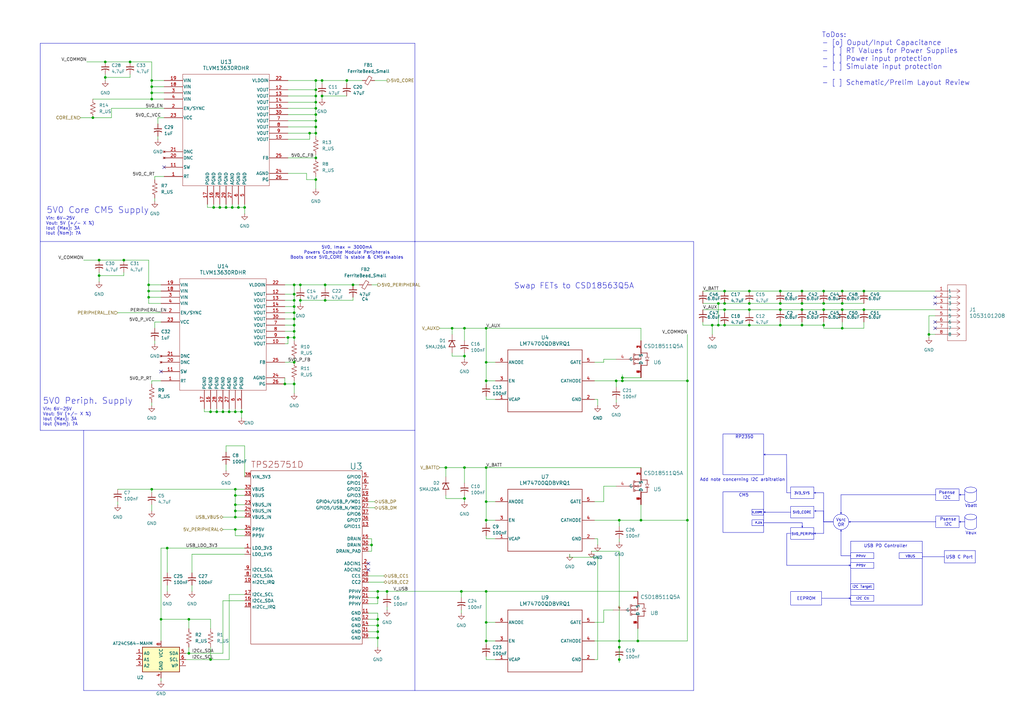
<source format=kicad_sch>
(kicad_sch (version 20250114) (generator "eeschema") (generator_version "9.0")
  (paper "A3")
  (title_block (title "Carrier Board Power Supplies") (date "2026-02-08") (rev "0") (company "Logan Fagg") (comment 1 "Licensed under CERN-OHL-S v2") (comment 2 "Copyright © 2026 Logan Fagg") (comment 3 "https://github.com/loganrf/compactPi"))
  (polyline (pts (xy 333.8218 221.1705) (xy 324.2968 221.1705) (xy 324.2968 216.408) (xy 333.8218 216.408) (xy 333.8218 221.1705)) (stroke (width 0) (type solid)) (fill (type color) (color 255 255 255 1)))
  (polyline (pts (xy 393.8587 214.0267) (xy 393.9976 214.3045) (xy 393.442 214.0267) (xy 393.9976 213.7489) (xy 393.8587 214.0267)) (stroke (width 0) (type solid)) (fill (type color)))
  (polyline (pts (xy 313.1843 215.6142) (xy 308.4218 215.6142) (xy 308.4218 213.233) (xy 313.1843 213.233) (xy 313.1843 215.6142)) (stroke (width 0) (type solid)) (fill (type color) (color 255 255 255 1)))
  (polyline (pts (xy 358.4281 241.808) (xy 348.9031 241.808) (xy 348.9031 239.4267) (xy 358.4281 239.4267) (xy 358.4281 241.808)) (stroke (width 0) (type solid)) (fill (type color) (color 255 255 255 1)))
  (polyline (pts (xy 313.1843 194.6592) (xy 296.5156 194.6592) (xy 296.5156 177.9905) (xy 313.1843 177.9905) (xy 313.1843 194.6592)) (stroke (width 0) (type solid)))
  (polyline (pts (xy 313.1843 218.3924) (xy 296.5156 218.3924) (xy 296.5156 201.7236) (xy 313.1843 201.7236) (xy 313.1843 218.3924)) (stroke (width 0) (type solid)))
  (polyline (pts (xy 334.3275 218.7892) (xy 334.4664 219.067) (xy 333.9107 218.7892) (xy 334.4664 218.5114) (xy 334.3275 218.7892)) (stroke (width 0) (type solid)) (fill (type color)))
  (polyline (pts (xy 329.0593 216.3191) (xy 328.7815 215.7635) (xy 329.0593 215.9024) (xy 329.3371 215.7635) (xy 329.0593 216.3191)) (stroke (width 0) (type solid)) (fill (type color)))
  (polyline (pts (xy 348.8142 231.8861) (xy 348.2586 232.1639) (xy 348.3975 231.8861) (xy 348.2586 231.6083) (xy 348.8142 231.8861)) (stroke (width 0) (type solid)) (fill (type color)))
  (polyline (pts (xy 313.69 186.436) (xy 313.8289 186.7138) (xy 313.2732 186.436) (xy 313.8289 186.1581) (xy 313.69 186.436)) (stroke (width 0) (type solid)) (fill (type color)))
  (polyline (pts (xy 333.8218 212.4392) (xy 324.2968 212.4392) (xy 324.2968 207.6767) (xy 333.8218 207.6767) (xy 333.8218 212.4392)) (stroke (width 0) (type solid)) (fill (type color) (color 255 255 255 1)))
  (polyline (pts (xy 393.8587 202.9142) (xy 393.9976 203.192) (xy 393.442 202.9142) (xy 393.9976 202.6364) (xy 393.8587 202.9142)) (stroke (width 0) (type solid)) (fill (type color)))
  (polyline (pts (xy 336.9968 248.158) (xy 324.2968 248.158) (xy 324.2968 242.6017) (xy 336.9968 242.6017) (xy 336.9968 248.158)) (stroke (width 0) (type solid)) (fill (type color) (color 255 255 255 1)))
  (bezier (pts (xy 400.4968 200.9299) (xy 400.4968 201.5871) (xy 399.4308 202.1205) (xy 398.1156 202.1205)))
  (polyline (pts (xy 358.4281 229.108) (xy 348.9031 229.108) (xy 348.9031 226.7267) (xy 358.4281 226.7267) (xy 358.4281 229.108)) (stroke (width 0) (type solid)) (fill (type color) (color 255 255 255 1)))
  (polyline (pts (xy 334.4894 209.5817) (xy 334.6283 209.8595) (xy 334.0727 209.5817) (xy 334.6283 209.3039) (xy 334.4894 209.5817)) (stroke (width 0) (type solid)) (fill (type color)))
  (polyline (pts (xy 344.9343 210.7628) (xy 344.6565 210.2072) (xy 344.9343 210.3461) (xy 345.2121 210.2072) (xy 344.9343 210.7628)) (stroke (width 0) (type solid)) (fill (type color)))
  (bezier (pts (xy 398.1156 202.1205) (xy 396.8003 202.1205) (xy 395.7343 201.5871) (xy 395.7343 200.9299)))
  (bezier (pts (xy 400.4968 212.0424) (xy 400.4968 212.6996) (xy 399.4308 213.233) (xy 398.1156 213.233)))
  (polyline (pts (xy 345.2121 217.8463) (xy 344.9343 217.7074) (xy 344.6565 217.8463) (xy 344.9343 217.2906) (xy 345.2121 217.8463)) (stroke (width 0) (type solid)) (fill (type color)))
  (polyline (pts (xy 398.2337 199.7407) (xy 398.351 199.7451) (xy 398.4673 199.7523) (xy 398.5825 199.7623) (xy 398.6962 199.7751) (xy 398.8083 199.7907) (xy 398.9186 199.8089) (xy 399.027 199.8298) (xy 399.1332 199.8533) (xy 399.237 199.8794) (xy 399.3382 199.908) (xy 399.4367 199.9391) (xy 399.5323 199.9727) (xy 399.6246 200.0087) (xy 399.7136 200.047) (xy 399.7991 200.0877) (xy 399.8806 200.1306) (xy 399.9574 200.1752) (xy 400.0295 200.2215) (xy 400.0967 200.2693) (xy 400.159 200.3186) (xy 400.2163 200.3692) (xy 400.2685 200.4212) (xy 400.3156 200.4742) (xy 400.3574 200.5284) (xy 400.3939 200.5836) (xy 400.425 200.6396) (xy 400.4507 200.6965) (xy 400.4707 200.754) (xy 400.4787 200.783) (xy 400.4852 200.8122) (xy 400.4903 200.8414) (xy 400.4939 200.8708) (xy 400.4961 200.9003) (xy 400.4968 200.9299) (xy 400.4968 204.8986) (xy 400.4937 204.9599) (xy 400.4845 205.0203) (xy 400.4694 205.0799) (xy 400.4485 205.1385) (xy 400.4219 205.1961) (xy 400.3898 205.2525) (xy 400.3524 205.3079) (xy 400.3097 205.3619) (xy 400.262 205.4146) (xy 400.2095 205.466) (xy 400.1521 205.5158) (xy 400.0902 205.5642) (xy 400.0238 205.6108) (xy 399.9531 205.6558) (xy 399.8783 205.699) (xy 399.7994 205.7404) (xy 399.7167 205.7798) (xy 399.6303 205.8172) (xy 399.5404 205.8526) (xy 399.447 205.8858) (xy 399.3504 205.9168) (xy 399.2507 205.9455) (xy 399.148 205.9718) (xy 399.0425 205.9956) (xy 398.9344 206.017) (xy 398.8237 206.0357) (xy 398.7107 206.0517) (xy 398.5955 206.065) (xy 398.4783 206.0755) (xy 398.3591 206.0831) (xy 398.2381 206.0877) (xy 398.1156 206.0892) (xy 397.8721 206.0831) (xy 397.6356 206.065) (xy 397.4074 206.0357) (xy 397.1886 205.9956) (xy 396.9805 205.9455) (xy 396.7842 205.8858) (xy 396.6008 205.8172) (xy 396.4317 205.7404) (xy 396.2781 205.6558) (xy 396.141 205.5642) (xy 396.0217 205.466) (xy 395.9214 205.3619) (xy 395.8788 205.3079) (xy 395.8414 205.2525) (xy 395.8093 205.1961) (xy 395.7827 205.1385) (xy 395.7618 205.0799) (xy 395.7466 205.0203) (xy 395.7374 204.9599) (xy 395.7343 204.8986) (xy 395.7343 200.9299) (xy 395.7374 200.8686) (xy 395.7466 200.8082) (xy 395.7618 200.7486) (xy 395.7827 200.69) (xy 395.8093 200.6324) (xy 395.8414 200.5759) (xy 395.8788 200.5206) (xy 395.9214 200.4666) (xy 395.9691 200.4138) (xy 396.0217 200.3625) (xy 396.079 200.3126) (xy 396.141 200.2643) (xy 396.2074 200.2176) (xy 396.2781 200.1727) (xy 396.3529 200.1294) (xy 396.4317 200.0881) (xy 396.5144 200.0487) (xy 396.6008 200.0112) (xy 396.6908 199.9759) (xy 396.7842 199.9427) (xy 396.8808 199.9117) (xy 396.9805 199.883) (xy 397.0832 199.8567) (xy 397.1886 199.8328) (xy 397.2968 199.8115) (xy 397.4074 199.7928) (xy 397.5204 199.7767) (xy 397.6356 199.7634) (xy 397.7529 199.753) (xy 397.8721 199.7454) (xy 397.993 199.7408) (xy 398.1156 199.7392) (xy 398.2337 199.7407)) (stroke (width 0) (type solid)) (fill (type color) (color 255 255 255 1)))
  (polyline (pts (xy 313.1843 211.2486) (xy 308.4218 211.2486) (xy 308.4218 208.8674) (xy 313.1843 208.8674) (xy 313.1843 211.2486)) (stroke (width 0) (type solid)) (fill (type color) (color 255 255 255 1)))
  (polyline (pts (xy 333.8218 204.5017) (xy 324.2968 204.5017) (xy 324.2968 199.7392) (xy 333.8218 199.7392) (xy 333.8218 204.5017)) (stroke (width 0) (type solid)) (fill (type color) (color 255 255 255 1)))
  (polyline (pts (xy 393.3531 216.408) (xy 383.8281 216.408) (xy 383.8281 211.6455) (xy 393.3531 211.6455) (xy 393.3531 216.408)) (stroke (width 0) (type solid)) (fill (type color) (color 255 255 255 1)))
  (polyline (pts (xy 393.3531 205.2955) (xy 383.8281 205.2955) (xy 383.8281 200.533) (xy 393.3531 200.533) (xy 393.3531 205.2955)) (stroke (width 0) (type solid)) (fill (type color) (color 255 255 255 1)))
  (polyline (pts (xy 345.0977 210.8559) (xy 345.259 210.8681) (xy 345.4179 210.8883) (xy 345.5742 210.9162) (xy 345.7278 210.9517) (xy 345.8785 210.9945) (xy 346.026 211.0444) (xy 346.1702 211.1012) (xy 346.3108 211.1648) (xy 346.4477 211.2349) (xy 346.5807 211.3114) (xy 346.7095 211.394) (xy 346.834 211.4825) (xy 346.9539 211.5768) (xy 347.0691 211.6765) (xy 347.1794 211.7817) (xy 347.2845 211.8919) (xy 347.3843 212.0071) (xy 347.4786 212.1271) (xy 347.5671 212.2516) (xy 347.6497 212.3804) (xy 347.7261 212.5133) (xy 347.7962 212.6502) (xy 347.8598 212.7909) (xy 347.9167 212.9351) (xy 347.9666 213.0826) (xy 348.0094 213.2333) (xy 348.0448 213.3869) (xy 348.0728 213.5432) (xy 348.0929 213.7021) (xy 348.1052 213.8634) (xy 348.1093 214.0267) (xy 348.1052 214.1901) (xy 348.0929 214.3514) (xy 348.0728 214.5103) (xy 348.0448 214.6666) (xy 348.0094 214.8202) (xy 347.9666 214.9709) (xy 347.9167 215.1184) (xy 347.8598 215.2626) (xy 347.7962 215.4032) (xy 347.7261 215.5401) (xy 347.6497 215.6731) (xy 347.5671 215.8019) (xy 347.4786 215.9264) (xy 347.3843 216.0463) (xy 347.2845 216.1615) (xy 347.1794 216.2718) (xy 347.0691 216.3769) (xy 346.9539 216.4767) (xy 346.834 216.571) (xy 346.7095 216.6595) (xy 346.5807 216.7421) (xy 346.4477 216.8185) (xy 346.3108 216.8886) (xy 346.1702 216.9522) (xy 346.026 217.0091) (xy 345.8785 217.059) (xy 345.7278 217.1018) (xy 345.5742 217.1372) (xy 345.4179 217.1652) (xy 345.259 217.1853) (xy 345.0977 217.1976) (xy 344.9343 217.2017) (xy 344.771 217.1976) (xy 344.6097 217.1853) (xy 344.4508 217.1652) (xy 344.2945 217.1372) (xy 344.1409 217.1018) (xy 343.9902 217.059) (xy 343.8427 217.0091) (xy 343.6985 216.9522) (xy 343.5578 216.8886) (xy 343.4209 216.8185) (xy 343.288 216.7421) (xy 343.1592 216.6595) (xy 343.0347 216.571) (xy 342.9147 216.4767) (xy 342.7995 216.3769) (xy 342.6893 216.2718) (xy 342.5841 216.1615) (xy 342.4844 216.0463) (xy 342.3901 215.9264) (xy 342.3016 215.8019) (xy 342.219 215.6731) (xy 342.1425 215.5401) (xy 342.0724 215.4032) (xy 342.0088 215.2626) (xy 341.952 215.1184) (xy 341.9021 214.9709) (xy 341.8593 214.8202) (xy 341.8238 214.6666) (xy 341.7959 214.5103) (xy 341.7757 214.3514) (xy 341.7635 214.1901) (xy 341.7593 214.0267) (xy 341.7635 213.8634) (xy 341.7757 213.7021) (xy 341.7959 213.5432) (xy 341.8238 213.3869) (xy 341.8593 213.2333) (xy 341.9021 213.0826) (xy 341.952 212.9351) (xy 342.0088 212.7909) (xy 342.0724 212.6502) (xy 342.1425 212.5133) (xy 342.219 212.3804) (xy 342.3016 212.2516) (xy 342.3901 212.1271) (xy 342.4844 212.0071) (xy 342.5841 211.8919) (xy 342.6893 211.7817) (xy 342.7995 211.6765) (xy 342.9147 211.5768) (xy 343.0347 211.4825) (xy 343.1592 211.394) (xy 343.288 211.3114) (xy 343.4209 211.2349) (xy 343.5578 211.1648) (xy 343.6985 211.1012) (xy 343.8427 211.0444) (xy 343.9902 210.9945) (xy 344.1409 210.9517) (xy 344.2945 210.9162) (xy 344.4508 210.8883) (xy 344.6097 210.8681) (xy 344.771 210.8559) (xy 344.9343 210.8517) (xy 345.0977 210.8559)) (stroke (width 0) (type solid)) (fill (type color) (color 255 255 255 1)))
  (polyline (pts (xy 313.69 210.058) (xy 313.8289 210.3358) (xy 313.2732 210.058) (xy 313.8289 209.7802) (xy 313.69 210.058)) (stroke (width 0) (type solid)) (fill (type color)))
  (polyline (pts (xy 358.4281 246.5705) (xy 348.9031 246.5705) (xy 348.9031 244.1892) (xy 358.4281 244.1892) (xy 358.4281 246.5705)) (stroke (width 0) (type solid)) (fill (type color) (color 255 255 255 1)))
  (polyline (pts (xy 378.2718 248.158) (xy 348.9031 248.158) (xy 348.9031 221.9642) (xy 378.2718 221.9642) (xy 378.2718 248.158)) (stroke (width 0) (type solid)))
  (polyline (pts (xy 378.2718 229.108) (xy 368.7468 229.108) (xy 368.7468 226.7267) (xy 378.2718 226.7267) (xy 378.2718 229.108)) (stroke (width 0) (type solid)) (fill (type color) (color 255 255 255 1)))
  (polyline (pts (xy 358.4281 233.0767) (xy 348.9031 233.0767) (xy 348.9031 230.6955) (xy 358.4281 230.6955) (xy 358.4281 233.0767)) (stroke (width 0) (type solid)) (fill (type color) (color 255 255 255 1)))
  (polyline (pts (xy 348.8142 245.3799) (xy 348.2586 245.6577) (xy 348.3975 245.3799) (xy 348.2586 245.102) (xy 348.8142 245.3799)) (stroke (width 0) (type solid)) (fill (type color)))
  (polyline (pts (xy 334.3275 202.1205) (xy 334.4664 202.3983) (xy 333.9107 202.1205) (xy 334.4664 201.8427) (xy 334.3275 202.1205)) (stroke (width 0) (type solid)) (fill (type color)))
  (bezier (pts (xy 398.1156 213.233) (xy 396.8003 213.233) (xy 395.7343 212.6996) (xy 395.7343 212.0424)))
  (polyline (pts (xy 348.615 214.0267) (xy 348.7539 214.3045) (xy 348.1982 214.0267) (xy 348.7539 213.7489) (xy 348.615 214.0267)) (stroke (width 0) (type solid)) (fill (type color)))
  (polyline (pts (xy 398.2337 210.8532) (xy 398.351 210.8576) (xy 398.4673 210.8648) (xy 398.5825 210.8748) (xy 398.6962 210.8876) (xy 398.8083 210.9032) (xy 398.9186 210.9214) (xy 399.027 210.9423) (xy 399.1332 210.9658) (xy 399.237 210.9919) (xy 399.3382 211.0205) (xy 399.4367 211.0516) (xy 399.5323 211.0852) (xy 399.6246 211.1212) (xy 399.7136 211.1595) (xy 399.7991 211.2002) (xy 399.8806 211.2431) (xy 399.9574 211.2877) (xy 400.0295 211.334) (xy 400.0967 211.3818) (xy 400.159 211.4311) (xy 400.2163 211.4817) (xy 400.2685 211.5337) (xy 400.3156 211.5867) (xy 400.3574 211.6409) (xy 400.3939 211.6961) (xy 400.425 211.7521) (xy 400.4507 211.809) (xy 400.4707 211.8665) (xy 400.4787 211.8955) (xy 400.4852 211.9247) (xy 400.4903 211.9539) (xy 400.4939 211.9833) (xy 400.4961 212.0128) (xy 400.4968 212.0424) (xy 400.4968 216.0111) (xy 400.4937 216.0724) (xy 400.4845 216.1328) (xy 400.4694 216.1924) (xy 400.4485 216.251) (xy 400.4219 216.3086) (xy 400.3898 216.365) (xy 400.3524 216.4204) (xy 400.3097 216.4744) (xy 400.262 216.5271) (xy 400.2095 216.5785) (xy 400.1521 216.6283) (xy 400.0902 216.6767) (xy 400.0238 216.7233) (xy 399.9531 216.7683) (xy 399.8783 216.8115) (xy 399.7994 216.8529) (xy 399.7167 216.8923) (xy 399.6303 216.9297) (xy 399.5404 216.9651) (xy 399.447 216.9983) (xy 399.3504 217.0293) (xy 399.2507 217.058) (xy 399.148 217.0843) (xy 399.0425 217.1081) (xy 398.9344 217.1295) (xy 398.8237 217.1482) (xy 398.7107 217.1642) (xy 398.5955 217.1775) (xy 398.4783 217.188) (xy 398.3591 217.1956) (xy 398.2381 217.2002) (xy 398.1156 217.2017) (xy 397.8721 217.1956) (xy 397.6356 217.1775) (xy 397.4074 217.1482) (xy 397.1886 217.1081) (xy 396.9805 217.058) (xy 396.7842 216.9983) (xy 396.6008 216.9297) (xy 396.4317 216.8529) (xy 396.2781 216.7683) (xy 396.141 216.6767) (xy 396.0217 216.5785) (xy 395.9214 216.4744) (xy 395.8788 216.4204) (xy 395.8414 216.365) (xy 395.8093 216.3086) (xy 395.7827 216.251) (xy 395.7618 216.1924) (xy 395.7466 216.1328) (xy 395.7374 216.0724) (xy 395.7343 216.0111) (xy 395.7343 212.0424) (xy 395.7374 211.9811) (xy 395.7466 211.9207) (xy 395.7618 211.8611) (xy 395.7827 211.8025) (xy 395.8093 211.7449) (xy 395.8414 211.6884) (xy 395.8788 211.6331) (xy 395.9214 211.5791) (xy 395.9691 211.5263) (xy 396.0217 211.475) (xy 396.079 211.4251) (xy 396.141 211.3768) (xy 396.2074 211.3301) (xy 396.2781 211.2852) (xy 396.3529 211.2419) (xy 396.4317 211.2006) (xy 396.5144 211.1612) (xy 396.6008 211.1237) (xy 396.6908 211.0884) (xy 396.7842 211.0552) (xy 396.8808 211.0242) (xy 396.9805 210.9955) (xy 397.0832 210.9692) (xy 397.1886 210.9453) (xy 397.2968 210.924) (xy 397.4074 210.9053) (xy 397.5204 210.8892) (xy 397.6356 210.8759) (xy 397.7529 210.8655) (xy 397.8721 210.8579) (xy 397.993 210.8533) (xy 398.1156 210.8517) (xy 398.2337 210.8532)) (stroke (width 0) (type solid)) (fill (type color) (color 255 255 255 1)))
  (rectangle (start 387.35 225.806) (end 400.05 230.886))
  (text "3V3_SYS" (at 328.93 202.438 0) (effects (font (size 1.016 1.016))))
  (text "Psense\nI2C" (at 388.874 214.122 0) (effects (font (size 1.27 1.27))))
  (text "USB PD Controller" (at 363.22 224.028 0) (effects (font (size 1.27 1.27))))
  (text "Add note concerning I2C arbitration" (at 304.546 196.85 0) (effects (font (size 1.27 1.27))))
  (text "PP5V" (at 353.06 232.156 0) (effects (font (size 1.016 1.016))))
  (text "P_EN" (at 311.15 214.63 0) (effects (font (size 0.762 0.762))))
  (text "EEPROM" (at 330.708 245.618 0) (effects (font (size 1.27 1.27))))
  (text "Vsrc\nOR" (at 344.932 214.376 0) (effects (font (size 1.27 1.27))))
  (text "I2C Ctl" (at 353.822 245.618 0) (effects (font (size 1.016 1.016))))
  (text "5V0_PERIPH" (at 329.184 219.202 0) (effects (font (size 1.016 1.016))))
  (text "Vin: 6V-25V\nVout: 5V (+/- X %)\nIout (Max): 3A\nIout (Nom): ?A" (at 18.796 88.9 0) (effects (font (size 1.27 1.27)) (justify left top)))
  (text "I2C Target" (at 353.568 240.792 0) (effects (font (size 1.016 1.016))))
  (text "Psense\nI2C" (at 388.366 203.2 0) (effects (font (size 1.27 1.27))))
  (text "5V0, Imax = 3000mA\nPowers Compute Module Peripherals\nBoots once 5V0_CORE is stable & CM5 enables" (at 142.24 103.632 0) (effects (font (size 1.27 1.27))))
  (text "5V0_CORE" (at 328.93 210.312 0) (effects (font (size 1.016 1.016))))
  (text "Vaux" (at 398.272 218.694 0) (effects (font (size 1.27 1.27))))
  (text "RP2350" (at 305.308 179.324 0) (effects (font (size 1.27 1.27))))
  (text "CM5" (at 305.054 203.2 0) (effects (font (size 1.27 1.27))))
  (text "5V0 Periph. Supply" (at 17.526 163.068 0) (effects (font (size 2.54 2.54)) (justify left top)))
  (text "Vbatt" (at 398.272 207.518 0) (effects (font (size 1.27 1.27))))
  (text "PPHV" (at 353.06 228.346 0) (effects (font (size 1.016 1.016))))
  (text "USB C Port" (at 393.446 228.6 0) (effects (font (size 1.27 1.27))))
  (text "V_CORE" (at 310.642 210.312 0) (effects (font (size 0.762 0.762))))
  (text "Vin: 6V-25V\nVout: 5V (+/- X %)\nIout (Max): 3A\nIout (Nom): ?A" (at 17.526 167.132 0) (effects (font (size 1.27 1.27)) (justify left top)))
  (text "ToDos:\n- [o] Ouput/Input Capacitance\n- [ ] RT Values for Power Supplies\n- [ ] Power input protection\n- [ ] Simulate input protection\n\n- [ ] Schematic/Prelim Layout Review" (at 337.058 13.208 0) (effects (font (size 2.032 2.032)) (justify left top)))
  (text "Swap FETs to CSD18563Q5A" (at 235.458 117.348 0) (effects (font (size 2.286 2.286))))
  (text "VBUS" (at 373.38 228.346 0) (effects (font (size 1.016 1.016))))
  (text "5V0 Core CM5 Supply" (at 19.05 84.836 0) (effects (font (size 2.54 2.54)) (justify left top)))
  (junction (at 255.27 156.21))
  (junction (at 328.93 133.35))
  (junction (at 261.62 262.89))
  (junction (at 62.23 33.02))
  (junction (at 294.64 133.35))
  (junction (at 142.24 33.02))
  (junction (at 60.96 121.92))
  (junction (at 120.65 123.19))
  (junction (at 199.39 213.36))
  (junction (at 120.65 135.89))
  (junction (at 154.94 242.57))
  (junction (at 129.54 41.91))
  (junction (at 77.47 254))
  (junction (at 328.93 124.46))
  (junction (at 86.36 168.91))
  (junction (at 297.18 124.46))
  (junction (at 307.34 119.38))
  (junction (at 328.93 119.38))
  (junction (at 77.47 267.97))
  (junction (at 337.82 127))
  (junction (at 38.1 48.26))
  (junction (at 129.54 46.99))
  (junction (at 199.39 262.89))
  (junction (at 307.34 127))
  (junction (at 129.54 36.83))
  (junction (at 96.52 209.55))
  (junction (at 281.94 156.21))
  (junction (at 154.94 245.11))
  (junction (at 129.54 54.61))
  (junction (at 337.82 119.38))
  (junction (at 154.94 259.08))
  (junction (at 96.52 203.2))
  (junction (at 281.94 213.36))
  (junction (at 345.44 124.46))
  (junction (at 62.23 40.64))
  (junction (at 262.89 213.36))
  (junction (at 40.64 106.68))
  (junction (at 133.35 116.84))
  (junction (at 129.54 73.66))
  (junction (at 154.94 256.54))
  (junction (at 297.18 119.38))
  (junction (at 152.4 223.52))
  (junction (at 337.82 124.46))
  (junction (at 354.33 119.38))
  (junction (at 337.82 133.35))
  (junction (at 158.75 242.57))
  (junction (at 120.65 116.84))
  (junction (at 297.18 127))
  (junction (at 129.54 49.53))
  (junction (at 100.33 85.09))
  (junction (at 88.9 168.91))
  (junction (at 120.65 138.43))
  (junction (at 129.54 44.45))
  (junction (at 190.5 134.62))
  (junction (at 90.17 85.09))
  (junction (at 53.34 25.4))
  (junction (at 96.52 212.09))
  (junction (at 120.65 130.81))
  (junction (at 96.52 207.01))
  (junction (at 254 265.43))
  (junction (at 292.1 133.35))
  (junction (at 154.94 261.62))
  (junction (at 190.5 191.77))
  (junction (at 60.96 119.38))
  (junction (at 381 137.16))
  (junction (at 43.18 25.4))
  (junction (at 95.25 85.09))
  (junction (at 116.84 157.48))
  (junction (at 307.34 124.46))
  (junction (at 62.23 38.1))
  (junction (at 199.39 255.27))
  (junction (at 320.04 119.38))
  (junction (at 120.65 148.59))
  (junction (at 132.08 33.02))
  (junction (at 96.52 168.91))
  (junction (at 189.23 242.57))
  (junction (at 96.52 200.66))
  (junction (at 120.65 157.48))
  (junction (at 120.65 128.27))
  (junction (at 96.52 217.17))
  (junction (at 307.34 133.35))
  (junction (at 144.78 116.84))
  (junction (at 345.44 119.38))
  (junction (at 123.19 116.84))
  (junction (at 190.5 204.47))
  (junction (at 297.18 133.35))
  (junction (at 320.04 133.35))
  (junction (at 354.33 127))
  (junction (at 254 213.36))
  (junction (at 255.27 154.94))
  (junction (at 199.39 134.62))
  (junction (at 182.88 191.77))
  (junction (at 86.36 270.51))
  (junction (at 118.11 138.43))
  (junction (at 66.04 254))
  (junction (at 254 262.89))
  (junction (at 185.42 134.62))
  (junction (at 199.39 156.21))
  (junction (at 345.44 127))
  (junction (at 199.39 205.74))
  (junction (at 320.04 127))
  (junction (at 91.44 168.91))
  (junction (at 154.94 254))
  (junction (at 199.39 191.77))
  (junction (at 132.08 39.37))
  (junction (at 254 270.51))
  (junction (at 129.54 39.37))
  (junction (at 252.73 156.21))
  (junction (at 199.39 242.57))
  (junction (at 97.79 85.09))
  (junction (at 93.98 168.91))
  (junction (at 43.18 31.75))
  (junction (at 87.63 85.09))
  (junction (at 120.65 125.73))
  (junction (at 129.54 64.77))
  (junction (at 190.5 146.05))
  (junction (at 129.54 33.02))
  (junction (at 120.65 133.35))
  (junction (at 345.44 134.62))
  (junction (at 133.35 123.19))
  (junction (at 294.64 124.46))
  (junction (at 123.19 123.19))
  (junction (at 129.54 52.07))
  (junction (at 92.71 85.09))
  (junction (at 320.04 124.46))
  (junction (at 50.8 106.68))
  (junction (at 40.64 113.03))
  (junction (at 328.93 127))
  (junction (at 60.96 116.84))
  (junction (at 68.58 224.79))
  (junction (at 99.06 168.91))
  (junction (at 127 54.61))
  (junction (at 199.39 148.59))
  (junction (at 62.23 200.66))
  (junction (at 62.23 35.56))
  (junction (at 120.65 120.65))
  (no_connect (at 383.54 124.46))
  (no_connect (at 67.31 68.58))
  (no_connect (at 151.13 233.68))
  (no_connect (at 151.13 231.14))
  (no_connect (at 66.04 152.4))
  (no_connect (at 383.54 121.92))
  (no_connect (at 383.54 132.08))
  (no_connect (at 383.54 134.62))
  (wire (pts (xy 281.94 156.21) (xy 281.94 213.36)))
  (wire (pts (xy 129.54 72.39) (xy 129.54 73.66)))
  (wire (pts (xy 133.35 116.84) (xy 133.35 118.11)))
  (wire (pts (xy 199.39 163.83) (xy 199.39 162.56)))
  (wire (pts (xy 151.13 247.65) (xy 154.94 247.65)))
  (wire (pts (xy 185.42 134.62) (xy 185.42 137.16)))
  (wire (pts (xy 45.72 48.26) (xy 38.1 48.26)))
  (wire (pts (xy 77.47 267.97) (xy 76.2 267.97)))
  (wire (pts (xy 288.29 127) (xy 297.18 127)))
  (wire (pts (xy 190.5 191.77) (xy 199.39 191.77)))
  (wire (pts (xy 328.93 132.08) (xy 328.93 133.35)))
  (wire (pts (xy 62.23 201.93) (xy 62.23 200.66)))
  (wire (pts (xy 92.71 85.09) (xy 95.25 85.09)))
  (wire (pts (xy 151.13 220.98) (xy 152.4 220.98)))
  (wire (pts (xy 118.11 41.91) (xy 129.54 41.91)))
  (wire (pts (xy 116.84 148.59) (xy 120.65 148.59)))
  (wire (pts (xy 199.39 220.98) (xy 199.39 219.71)))
  (wire (pts (xy 62.23 200.66) (xy 96.52 200.66)))
  (polyline (pts (xy 322.7093 186.436) (xy 313.69 186.436)) (stroke (width 0) (type solid)))
  (wire (pts (xy 320.04 124.46) (xy 328.93 124.46)))
  (wire (pts (xy 66.04 278.13) (xy 66.04 279.4)))
  (wire (pts (xy 199.39 213.36) (xy 199.39 205.74)))
  (wire (pts (xy 118.11 49.53) (xy 129.54 49.53)))
  (wire (pts (xy 243.84 148.59) (xy 247.65 148.59)))
  (wire (pts (xy 90.17 83.82) (xy 90.17 85.09)))
  (wire (pts (xy 320.04 127) (xy 328.93 127)))
  (polyline (pts (xy 341.7593 214.0267) (xy 337.7906 214.0267)) (stroke (width 0) (type solid)))
  (wire (pts (xy 87.63 85.09) (xy 90.17 85.09)))
  (wire (pts (xy 100.33 224.79) (xy 68.58 224.79)))
  (wire (pts (xy 297.18 127) (xy 297.18 128.27)))
  (wire (pts (xy 34.29 106.68) (xy 40.64 106.68)))
  (wire (pts (xy 118.11 140.97) (xy 118.11 138.43)))
  (wire (pts (xy 254 262.89) (xy 261.62 262.89)))
  (wire (pts (xy 53.34 25.4) (xy 62.23 25.4)))
  (wire (pts (xy 118.11 36.83) (xy 129.54 36.83)))
  (wire (pts (xy 97.79 85.09) (xy 100.33 85.09)))
  (wire (pts (xy 100.33 182.88) (xy 100.33 195.58)))
  (wire (pts (xy 190.5 134.62) (xy 199.39 134.62)))
  (polyline (pts (xy 34.29 176.53) (xy 34.29 283.21)))
  (polyline (pts (xy 383.8281 214.0267) (xy 348.615 214.0267)) (stroke (width 0) (type solid)))
  (wire (pts (xy 129.54 33.02) (xy 132.08 33.02)))
  (wire (pts (xy 62.23 25.4) (xy 62.23 33.02)))
  (polyline (pts (xy 383.8281 202.9142) (xy 344.9343 202.9142)) (stroke (width 0) (type solid)))
  (wire (pts (xy 158.75 248.92) (xy 158.75 250.19)))
  (wire (pts (xy 62.23 35.56) (xy 62.23 33.02)))
  (wire (pts (xy 63.5 139.7) (xy 63.5 140.97)))
  (polyline (pts (xy 337.7906 218.7892) (xy 334.3275 218.7892)) (stroke (width 0) (type solid)))
  (wire (pts (xy 100.33 200.66) (xy 96.52 200.66)))
  (wire (pts (xy 144.78 123.19) (xy 133.35 123.19)))
  (wire (pts (xy 345.44 132.08) (xy 345.44 134.62)))
  (wire (pts (xy 86.36 254) (xy 77.47 254)))
  (wire (pts (xy 35.56 25.4) (xy 43.18 25.4)))
  (wire (pts (xy 190.5 134.62) (xy 190.5 139.7)))
  (wire (pts (xy 337.82 134.62) (xy 337.82 133.35)))
  (wire (pts (xy 153.67 33.02) (xy 158.75 33.02)))
  (polyline (pts (xy 337.7906 214.0267) (xy 337.7906 202.1205)) (stroke (width 0) (type solid)))
  (wire (pts (xy 345.44 127) (xy 354.33 127)))
  (wire (pts (xy 154.94 251.46) (xy 154.94 254)))
  (wire (pts (xy 292.1 137.16) (xy 292.1 133.35)))
  (wire (pts (xy 245.11 228.6) (xy 233.68 228.6)))
  (wire (pts (xy 93.98 270.51) (xy 86.36 270.51)))
  (wire (pts (xy 262.89 213.36) (xy 281.94 213.36)))
  (wire (pts (xy 154.94 256.54) (xy 154.94 259.08)))
  (wire (pts (xy 120.65 133.35) (xy 120.65 130.81)))
  (wire (pts (xy 116.84 135.89) (xy 120.65 135.89)))
  (wire (pts (xy 254 262.89) (xy 254 226.06)))
  (wire (pts (xy 245.11 163.83) (xy 245.11 166.37)))
  (polyline (pts (xy 170.18 17.78) (xy 170.18 99.06)))
  (wire (pts (xy 383.54 129.54) (xy 381 129.54)))
  (wire (pts (xy 129.54 52.07) (xy 129.54 49.53)))
  (wire (pts (xy 345.44 134.62) (xy 337.82 134.62)))
  (wire (pts (xy 151.13 245.11) (xy 154.94 245.11)))
  (wire (pts (xy 151.13 256.54) (xy 154.94 256.54)))
  (wire (pts (xy 67.31 48.26) (xy 64.77 48.26)))
  (wire (pts (xy 90.17 85.09) (xy 92.71 85.09)))
  (wire (pts (xy 154.94 259.08) (xy 154.94 261.62)))
  (wire (pts (xy 190.5 144.78) (xy 190.5 146.05)))
  (wire (pts (xy 320.04 132.08) (xy 320.04 133.35)))
  (wire (pts (xy 127 57.15) (xy 127 54.61)))
  (wire (pts (xy 294.64 133.35) (xy 297.18 133.35)))
  (wire (pts (xy 129.54 73.66) (xy 129.54 77.47)))
  (wire (pts (xy 86.36 270.51) (xy 76.2 270.51)))
  (wire (pts (xy 158.75 242.57) (xy 158.75 243.84)))
  (wire (pts (xy 91.44 267.97) (xy 77.47 267.97)))
  (wire (pts (xy 83.82 168.91) (xy 86.36 168.91)))
  (wire (pts (xy 144.78 116.84) (xy 147.32 116.84)))
  (wire (pts (xy 190.5 203.2) (xy 190.5 204.47)))
  (wire (pts (xy 247.65 199.39) (xy 247.65 205.74)))
  (wire (pts (xy 151.13 238.76) (xy 157.48 238.76)))
  (wire (pts (xy 354.33 132.08) (xy 354.33 134.62)))
  (wire (pts (xy 48.26 200.66) (xy 62.23 200.66)))
  (wire (pts (xy 129.54 39.37) (xy 129.54 36.83)))
  (wire (pts (xy 328.93 127) (xy 337.82 127)))
  (wire (pts (xy 91.44 167.64) (xy 91.44 168.91)))
  (wire (pts (xy 66.04 254) (xy 66.04 224.79)))
  (wire (pts (xy 294.64 124.46) (xy 294.64 133.35)))
  (polyline (pts (xy 337.7906 209.5817) (xy 334.4894 209.5817)) (stroke (width 0) (type solid)))
  (wire (pts (xy 154.94 247.65) (xy 154.94 245.11)))
  (wire (pts (xy 100.33 246.38) (xy 91.44 246.38)))
  (wire (pts (xy 123.19 123.19) (xy 123.19 124.46)))
  (wire (pts (xy 337.82 119.38) (xy 345.44 119.38)))
  (wire (pts (xy 132.08 39.37) (xy 142.24 39.37)))
  (wire (pts (xy 297.18 133.35) (xy 307.34 133.35)))
  (wire (pts (xy 116.84 125.73) (xy 120.65 125.73)))
  (wire (pts (xy 142.24 33.02) (xy 148.59 33.02)))
  (wire (pts (xy 254 213.36) (xy 254 215.9)))
  (wire (pts (xy 64.77 48.26) (xy 64.77 50.8)))
  (wire (pts (xy 45.72 44.45) (xy 45.72 48.26)))
  (wire (pts (xy 252.73 199.39) (xy 247.65 199.39)))
  (wire (pts (xy 381 129.54) (xy 381 137.16)))
  (wire (pts (xy 252.73 156.21) (xy 252.73 158.75)))
  (polyline (pts (xy 344.9343 227.9174) (xy 344.9343 217.7074)) (stroke (width 0) (type solid)))
  (wire (pts (xy 247.65 147.32) (xy 247.65 148.59)))
  (wire (pts (xy 118.11 44.45) (xy 129.54 44.45)))
  (wire (pts (xy 118.11 71.12) (xy 125.73 71.12)))
  (wire (pts (xy 152.4 220.98) (xy 152.4 223.52)))
  (wire (pts (xy 142.24 33.02) (xy 142.24 34.29)))
  (wire (pts (xy 48.26 205.74) (xy 48.26 207.01)))
  (polyline (pts (xy 16.51 176.53) (xy 16.51 99.06)))
  (wire (pts (xy 254 220.98) (xy 254 222.25)))
  (wire (pts (xy 281.94 156.21) (xy 255.27 156.21)))
  (wire (pts (xy 53.34 30.48) (xy 53.34 31.75)))
  (polyline (pts (xy 170.18 176.53) (xy 170.18 99.06)))
  (wire (pts (xy 86.36 167.64) (xy 86.36 168.91)))
  (wire (pts (xy 151.13 208.28) (xy 153.67 208.28)))
  (wire (pts (xy 120.65 120.65) (xy 120.65 116.84)))
  (wire (pts (xy 92.71 190.5) (xy 92.71 193.04)))
  (wire (pts (xy 78.74 227.33) (xy 78.74 234.95)))
  (wire (pts (xy 262.89 134.62) (xy 262.89 139.7)))
  (wire (pts (xy 83.82 167.64) (xy 83.82 168.91)))
  (wire (pts (xy 243.84 262.89) (xy 254 262.89)))
  (polyline (pts (xy 34.29 176.53) (xy 170.18 176.53)))
  (wire (pts (xy 199.39 262.89) (xy 199.39 264.16)))
  (wire (pts (xy 185.42 146.05) (xy 190.5 146.05)))
  (wire (pts (xy 307.34 124.46) (xy 297.18 124.46)))
  (wire (pts (xy 66.04 224.79) (xy 68.58 224.79)))
  (wire (pts (xy 132.08 33.02) (xy 142.24 33.02)))
  (wire (pts (xy 189.23 242.57) (xy 199.39 242.57)))
  (wire (pts (xy 63.5 81.28) (xy 63.5 82.55)))
  (polyline (pts (xy 324.2968 210.058) (xy 313.69 210.058)) (stroke (width 0) (type solid)))
  (polyline (pts (xy 170.18 99.06) (xy 170.18 99.06)))
  (polyline (pts (xy 16.51 99.06) (xy 170.18 99.06)))
  (polyline (pts (xy 284.48 99.06) (xy 284.48 283.21)))
  (wire (pts (xy 180.34 134.62) (xy 185.42 134.62)))
  (wire (pts (xy 243.84 220.98) (xy 245.11 220.98)))
  (wire (pts (xy 40.64 111.76) (xy 40.64 113.03)))
  (wire (pts (xy 154.94 254) (xy 154.94 256.54)))
  (wire (pts (xy 96.52 212.09) (xy 100.33 212.09)))
  (wire (pts (xy 151.13 254) (xy 154.94 254)))
  (wire (pts (xy 62.23 40.64) (xy 62.23 38.1)))
  (polyline (pts (xy 322.7093 218.7892) (xy 322.7093 231.8861)) (stroke (width 0) (type solid)))
  (wire (pts (xy 203.2 213.36) (xy 199.39 213.36)))
  (wire (pts (xy 120.65 125.73) (xy 120.65 123.19)))
  (polyline (pts (xy 337.7906 202.1205) (xy 334.3275 202.1205)) (stroke (width 0) (type solid)))
  (wire (pts (xy 199.39 156.21) (xy 199.39 157.48)))
  (wire (pts (xy 92.71 83.82) (xy 92.71 85.09)))
  (wire (pts (xy 100.33 219.71) (xy 96.52 219.71)))
  (wire (pts (xy 67.31 44.45) (xy 45.72 44.45)))
  (wire (pts (xy 261.62 242.57) (xy 199.39 242.57)))
  (wire (pts (xy 154.94 261.62) (xy 154.94 265.43)))
  (polyline (pts (xy 34.29 283.21) (xy 170.18 283.21)))
  (wire (pts (xy 116.84 133.35) (xy 120.65 133.35)))
  (wire (pts (xy 123.19 116.84) (xy 133.35 116.84)))
  (wire (pts (xy 100.33 243.84) (xy 93.98 243.84)))
  (wire (pts (xy 320.04 133.35) (xy 328.93 133.35)))
  (wire (pts (xy 345.44 124.46) (xy 354.33 124.46)))
  (wire (pts (xy 120.65 147.32) (xy 120.65 148.59)))
  (wire (pts (xy 199.39 191.77) (xy 199.39 205.74)))
  (wire (pts (xy 297.18 127) (xy 307.34 127)))
  (wire (pts (xy 88.9 168.91) (xy 91.44 168.91)))
  (wire (pts (xy 86.36 168.91) (xy 88.9 168.91)))
  (polyline (pts (xy 337.7906 214.0267) (xy 337.7906 209.5817)) (stroke (width 0) (type solid)))
  (wire (pts (xy 297.18 124.46) (xy 294.64 124.46)))
  (wire (pts (xy 100.33 83.82) (xy 100.33 85.09)))
  (wire (pts (xy 87.63 83.82) (xy 87.63 85.09)))
  (wire (pts (xy 354.33 119.38) (xy 383.54 119.38)))
  (wire (pts (xy 320.04 133.35) (xy 307.34 133.35)))
  (wire (pts (xy 307.34 119.38) (xy 320.04 119.38)))
  (wire (pts (xy 60.96 106.68) (xy 60.96 116.84)))
  (wire (pts (xy 129.54 46.99) (xy 129.54 44.45)))
  (wire (pts (xy 297.18 119.38) (xy 307.34 119.38)))
  (polyline (pts (xy 170.18 283.21) (xy 170.18 176.53)))
  (wire (pts (xy 62.23 207.01) (xy 62.23 209.55)))
  (wire (pts (xy 307.34 124.46) (xy 320.04 124.46)))
  (wire (pts (xy 292.1 133.35) (xy 294.64 133.35)))
  (wire (pts (xy 96.52 168.91) (xy 99.06 168.91)))
  (wire (pts (xy 120.65 123.19) (xy 120.65 120.65)))
  (wire (pts (xy 92.71 182.88) (xy 100.33 182.88)))
  (polyline (pts (xy 395.7343 202.9142) (xy 393.8587 202.9142)) (stroke (width 0) (type solid)))
  (wire (pts (xy 182.88 203.2) (xy 182.88 204.47)))
  (wire (pts (xy 328.93 124.46) (xy 337.82 124.46)))
  (wire (pts (xy 252.73 147.32) (xy 247.65 147.32)))
  (wire (pts (xy 262.89 207.01) (xy 262.89 213.36)))
  (wire (pts (xy 33.02 48.26) (xy 38.1 48.26)))
  (wire (pts (xy 120.65 157.48) (xy 120.65 161.29)))
  (wire (pts (xy 100.33 85.09) (xy 100.33 87.63)))
  (wire (pts (xy 67.31 38.1) (xy 62.23 38.1)))
  (wire (pts (xy 96.52 200.66) (xy 96.52 203.2)))
  (wire (pts (xy 151.13 251.46) (xy 154.94 251.46)))
  (wire (pts (xy 96.52 203.2) (xy 96.52 207.01)))
  (wire (pts (xy 243.84 213.36) (xy 254 213.36)))
  (wire (pts (xy 199.39 205.74) (xy 203.2 205.74)))
  (wire (pts (xy 67.31 33.02) (xy 62.23 33.02)))
  (wire (pts (xy 203.2 270.51) (xy 199.39 270.51)))
  (wire (pts (xy 288.29 132.08) (xy 288.29 133.35)))
  (wire (pts (xy 118.11 54.61) (xy 127 54.61)))
  (wire (pts (xy 43.18 31.75) (xy 43.18 33.02)))
  (wire (pts (xy 68.58 240.03) (xy 68.58 242.57)))
  (wire (pts (xy 337.82 132.08) (xy 337.82 133.35)))
  (wire (pts (xy 91.44 168.91) (xy 93.98 168.91)))
  (wire (pts (xy 152.4 116.84) (xy 154.94 116.84)))
  (wire (pts (xy 132.08 33.02) (xy 132.08 34.29)))
  (wire (pts (xy 152.4 223.52) (xy 152.4 226.06)))
  (wire (pts (xy 99.06 167.64) (xy 99.06 168.91)))
  (wire (pts (xy 48.26 128.27) (xy 66.04 128.27)))
  (wire (pts (xy 53.34 31.75) (xy 43.18 31.75)))
  (wire (pts (xy 129.54 63.5) (xy 129.54 64.77)))
  (wire (pts (xy 116.84 128.27) (xy 120.65 128.27)))
  (wire (pts (xy 203.2 220.98) (xy 199.39 220.98)))
  (wire (pts (xy 288.29 124.46) (xy 294.64 124.46)))
  (polyline (pts (xy 284.48 283.21) (xy 170.18 283.21)))
  (wire (pts (xy 63.5 132.08) (xy 63.5 134.62)))
  (wire (pts (xy 60.96 124.46) (xy 60.96 121.92)))
  (wire (pts (xy 245.11 270.51) (xy 245.11 228.6)))
  (wire (pts (xy 118.11 46.99) (xy 129.54 46.99)))
  (wire (pts (xy 144.78 121.92) (xy 144.78 123.19)))
  (wire (pts (xy 91.44 246.38) (xy 91.44 267.97)))
  (wire (pts (xy 91.44 217.17) (xy 96.52 217.17)))
  (wire (pts (xy 199.39 134.62) (xy 199.39 148.59)))
  (wire (pts (xy 50.8 111.76) (xy 50.8 113.03)))
  (wire (pts (xy 68.58 224.79) (xy 68.58 234.95)))
  (wire (pts (xy 151.13 261.62) (xy 154.94 261.62)))
  (wire (pts (xy 100.33 227.33) (xy 78.74 227.33)))
  (polyline (pts (xy 322.7093 231.8861) (xy 348.3975 231.8861)) (stroke (width 0) (type solid)))
  (wire (pts (xy 66.04 262.89) (xy 66.04 254)))
  (polyline (pts (xy 329.0593 214.4236) (xy 329.0593 215.9024)) (stroke (width 0) (type solid)))
  (wire (pts (xy 92.71 182.88) (xy 92.71 185.42)))
  (wire (pts (xy 116.84 123.19) (xy 120.65 123.19)))
  (wire (pts (xy 337.82 127) (xy 345.44 127)))
  (wire (pts (xy 185.42 144.78) (xy 185.42 146.05)))
  (wire (pts (xy 254 270.51) (xy 254 271.78)))
  (wire (pts (xy 97.79 83.82) (xy 97.79 85.09)))
  (wire (pts (xy 60.96 121.92) (xy 60.96 119.38)))
  (wire (pts (xy 86.36 257.81) (xy 86.36 254)))
  (wire (pts (xy 199.39 255.27) (xy 203.2 255.27)))
  (wire (pts (xy 243.84 156.21) (xy 252.73 156.21)))
  (polyline (pts (xy 341.7593 214.0267) (xy 337.7906 214.0267)) (stroke (width 0) (type solid)))
  (wire (pts (xy 288.29 133.35) (xy 292.1 133.35)))
  (wire (pts (xy 120.65 156.21) (xy 120.65 157.48)))
  (wire (pts (xy 129.54 54.61) (xy 129.54 55.88)))
  (wire (pts (xy 381 137.16) (xy 383.54 137.16)))
  (wire (pts (xy 288.29 119.38) (xy 297.18 119.38)))
  (wire (pts (xy 96.52 207.01) (xy 96.52 209.55)))
  (wire (pts (xy 182.88 204.47) (xy 190.5 204.47)))
  (wire (pts (xy 118.11 57.15) (xy 127 57.15)))
  (wire (pts (xy 254 270.51) (xy 254 265.43)))
  (wire (pts (xy 354.33 134.62) (xy 345.44 134.62)))
  (wire (pts (xy 243.84 163.83) (xy 245.11 163.83)))
  (wire (pts (xy 129.54 54.61) (xy 129.54 52.07)))
  (wire (pts (xy 129.54 44.45) (xy 129.54 41.91)))
  (wire (pts (xy 116.84 138.43) (xy 118.11 138.43)))
  (wire (pts (xy 233.68 228.6) (xy 233.68 227.33)))
  (wire (pts (xy 190.5 146.05) (xy 190.5 147.32)))
  (wire (pts (xy 199.39 270.51) (xy 199.39 269.24)))
  (wire (pts (xy 40.64 106.68) (xy 50.8 106.68)))
  (wire (pts (xy 86.36 265.43) (xy 86.36 270.51)))
  (polyline (pts (xy 313.1843 214.4236) (xy 329.0593 214.4236)) (stroke (width 0) (type solid)))
  (wire (pts (xy 199.39 148.59) (xy 203.2 148.59)))
  (wire (pts (xy 66.04 116.84) (xy 60.96 116.84)))
  (wire (pts (xy 88.9 167.64) (xy 88.9 168.91)))
  (wire (pts (xy 151.13 236.22) (xy 157.48 236.22)))
  (polyline (pts (xy 324.2968 202.1205) (xy 322.7093 202.1205)) (stroke (width 0) (type solid)))
  (wire (pts (xy 129.54 49.53) (xy 129.54 46.99)))
  (wire (pts (xy 243.84 205.74) (xy 247.65 205.74)))
  (wire (pts (xy 262.89 134.62) (xy 199.39 134.62)))
  (wire (pts (xy 185.42 134.62) (xy 190.5 134.62)))
  (wire (pts (xy 116.84 120.65) (xy 120.65 120.65)))
  (wire (pts (xy 118.11 64.77) (xy 129.54 64.77)))
  (wire (pts (xy 199.39 242.57) (xy 199.39 255.27)))
  (polyline (pts (xy 16.51 99.06) (xy 16.51 17.78)))
  (wire (pts (xy 96.52 219.71) (xy 96.52 217.17)))
  (polyline (pts (xy 324.2968 218.7892) (xy 322.7093 218.7892)) (stroke (width 0) (type solid)))
  (wire (pts (xy 345.44 119.38) (xy 354.33 119.38)))
  (wire (pts (xy 251.46 250.19) (xy 247.65 250.19)))
  (wire (pts (xy 381 137.16) (xy 381 138.43)))
  (wire (pts (xy 328.93 119.38) (xy 337.82 119.38)))
  (wire (pts (xy 281.94 213.36) (xy 281.94 262.89)))
  (wire (pts (xy 154.94 245.11) (xy 154.94 242.57)))
  (wire (pts (xy 262.89 154.94) (xy 255.27 154.94)))
  (wire (pts (xy 125.73 71.12) (xy 125.73 73.66)))
  (wire (pts (xy 254 226.06) (xy 242.57 226.06)))
  (wire (pts (xy 199.39 262.89) (xy 199.39 255.27)))
  (polyline (pts (xy 34.29 176.53) (xy 16.51 176.53)))
  (wire (pts (xy 247.65 250.19) (xy 247.65 255.27)))
  (wire (pts (xy 93.98 167.64) (xy 93.98 168.91)))
  (wire (pts (xy 95.25 85.09) (xy 97.79 85.09)))
  (wire (pts (xy 151.13 259.08) (xy 154.94 259.08)))
  (wire (pts (xy 96.52 209.55) (xy 96.52 212.09)))
  (wire (pts (xy 337.82 124.46) (xy 345.44 124.46)))
  (wire (pts (xy 127 54.61) (xy 129.54 54.61)))
  (wire (pts (xy 116.84 154.94) (xy 116.84 157.48)))
  (wire (pts (xy 151.13 205.74) (xy 153.67 205.74)))
  (polyline (pts (xy 395.7343 214.0267) (xy 393.8587 214.0267)) (stroke (width 0) (type solid)))
  (wire (pts (xy 40.64 113.03) (xy 40.64 115.57)))
  (wire (pts (xy 252.73 163.83) (xy 252.73 165.1)))
  (wire (pts (xy 118.11 52.07) (xy 129.54 52.07)))
  (wire (pts (xy 129.54 33.02) (xy 118.11 33.02)))
  (wire (pts (xy 38.1 40.64) (xy 62.23 40.64)))
  (polyline (pts (xy 170.18 99.06) (xy 170.18 99.06)))
  (wire (pts (xy 152.4 226.06) (xy 151.13 226.06)))
  (wire (pts (xy 85.09 85.09) (xy 87.63 85.09)))
  (polyline (pts (xy 378.46 228.346) (xy 387.35 228.346)))
  (wire (pts (xy 93.98 168.91) (xy 96.52 168.91)))
  (wire (pts (xy 43.18 30.48) (xy 43.18 31.75)))
  (wire (pts (xy 129.54 36.83) (xy 129.54 33.02)))
  (polyline (pts (xy 322.7093 202.1205) (xy 322.58 186.436)) (stroke (width 0) (type solid)))
  (wire (pts (xy 120.65 128.27) (xy 120.65 125.73)))
  (wire (pts (xy 66.04 156.21) (xy 62.23 156.21)))
  (wire (pts (xy 96.52 209.55) (xy 100.33 209.55)))
  (wire (pts (xy 243.84 255.27) (xy 247.65 255.27)))
  (wire (pts (xy 91.44 212.09) (xy 96.52 212.09)))
  (wire (pts (xy 118.11 138.43) (xy 120.65 138.43)))
  (wire (pts (xy 354.33 127) (xy 383.54 127)))
  (wire (pts (xy 43.18 25.4) (xy 53.34 25.4)))
  (wire (pts (xy 203.2 156.21) (xy 199.39 156.21)))
  (wire (pts (xy 120.65 130.81) (xy 120.65 128.27)))
  (wire (pts (xy 254 265.43) (xy 254 262.89)))
  (wire (pts (xy 93.98 243.84) (xy 93.98 270.51)))
  (wire (pts (xy 63.5 72.39) (xy 63.5 73.66)))
  (wire (pts (xy 199.39 156.21) (xy 199.39 148.59)))
  (wire (pts (xy 190.5 191.77) (xy 190.5 198.12)))
  (wire (pts (xy 182.88 191.77) (xy 190.5 191.77)))
  (wire (pts (xy 180.34 191.77) (xy 182.88 191.77)))
  (polyline (pts (xy 341.7593 214.0267) (xy 337.7906 214.0267)) (stroke (width 0) (type solid)))
  (wire (pts (xy 96.52 217.17) (xy 100.33 217.17)))
  (wire (pts (xy 96.52 203.2) (xy 100.33 203.2)))
  (wire (pts (xy 243.84 270.51) (xy 245.11 270.51)))
  (wire (pts (xy 132.08 39.37) (xy 132.08 40.64)))
  (wire (pts (xy 64.77 55.88) (xy 64.77 57.15)))
  (wire (pts (xy 66.04 119.38) (xy 60.96 119.38)))
  (wire (pts (xy 123.19 116.84) (xy 123.19 118.11)))
  (wire (pts (xy 307.34 127) (xy 320.04 127)))
  (wire (pts (xy 281.94 137.16) (xy 281.94 156.21)))
  (wire (pts (xy 320.04 119.38) (xy 328.93 119.38)))
  (wire (pts (xy 203.2 163.83) (xy 199.39 163.83)))
  (wire (pts (xy 77.47 265.43) (xy 77.47 267.97)))
  (wire (pts (xy 189.23 242.57) (xy 189.23 245.11)))
  (wire (pts (xy 120.65 138.43) (xy 120.65 139.7)))
  (wire (pts (xy 62.23 38.1) (xy 62.23 35.56)))
  (wire (pts (xy 203.2 262.89) (xy 199.39 262.89)))
  (wire (pts (xy 118.11 39.37) (xy 129.54 39.37)))
  (polyline (pts (xy 16.51 17.78) (xy 170.18 17.78)))
  (wire (pts (xy 129.54 41.91) (xy 129.54 39.37)))
  (wire (pts (xy 67.31 40.64) (xy 62.23 40.64)))
  (wire (pts (xy 133.35 116.84) (xy 144.78 116.84)))
  (wire (pts (xy 95.25 83.82) (xy 95.25 85.09)))
  (wire (pts (xy 116.84 157.48) (xy 120.65 157.48)))
  (wire (pts (xy 254 213.36) (xy 262.89 213.36)))
  (wire (pts (xy 66.04 121.92) (xy 60.96 121.92)))
  (wire (pts (xy 307.34 127) (xy 307.34 128.27)))
  (wire (pts (xy 116.84 140.97) (xy 118.11 140.97)))
  (wire (pts (xy 125.73 73.66) (xy 129.54 73.66)))
  (wire (pts (xy 255.27 156.21) (xy 255.27 154.94)))
  (wire (pts (xy 99.06 168.91) (xy 99.06 171.45)))
  (polyline (pts (xy 337.7906 214.0267) (xy 337.7906 218.7892)) (stroke (width 0) (type solid)))
  (wire (pts (xy 62.23 156.21) (xy 62.23 157.48)))
  (polyline (pts (xy 336.9968 245.3799) (xy 348.3975 245.3799)) (stroke (width 0) (type solid)))
  (wire (pts (xy 255.27 154.94) (xy 255.27 153.67)))
  (wire (pts (xy 50.8 106.68) (xy 60.96 106.68)))
  (wire (pts (xy 60.96 119.38) (xy 60.96 116.84)))
  (polyline (pts (xy 348.9031 227.9174) (xy 344.9343 227.9174)) (stroke (width 0) (type solid)))
  (wire (pts (xy 123.19 123.19) (xy 133.35 123.19)))
  (wire (pts (xy 190.5 204.47) (xy 190.5 205.74)))
  (wire (pts (xy 66.04 124.46) (xy 60.96 124.46)))
  (wire (pts (xy 151.13 242.57) (xy 154.94 242.57)))
  (wire (pts (xy 62.23 165.1) (xy 62.23 166.37)))
  (wire (pts (xy 328.93 133.35) (xy 337.82 133.35)))
  (wire (pts (xy 151.13 223.52) (xy 152.4 223.52)))
  (wire (pts (xy 116.84 116.84) (xy 120.65 116.84)))
  (wire (pts (xy 252.73 156.21) (xy 255.27 156.21)))
  (wire (pts (xy 245.11 220.98) (xy 245.11 223.52)))
  (wire (pts (xy 199.39 213.36) (xy 199.39 214.63)))
  (wire (pts (xy 199.39 191.77) (xy 262.89 191.77)))
  (polyline (pts (xy 170.18 99.06) (xy 284.48 99.06)))
  (wire (pts (xy 120.65 135.89) (xy 120.65 133.35)))
  (wire (pts (xy 96.52 207.01) (xy 100.33 207.01)))
  (wire (pts (xy 85.09 83.82) (xy 85.09 85.09)))
  (wire (pts (xy 189.23 250.19) (xy 189.23 251.46)))
  (wire (pts (xy 77.47 254) (xy 66.04 254)))
  (wire (pts (xy 50.8 113.03) (xy 40.64 113.03)))
  (wire (pts (xy 96.52 167.64) (xy 96.52 168.91)))
  (wire (pts (xy 77.47 257.81) (xy 77.47 254)))
  (wire (pts (xy 158.75 242.57) (xy 154.94 242.57)))
  (wire (pts (xy 66.04 132.08) (xy 63.5 132.08)))
  (polyline (pts (xy 344.9343 202.9142) (xy 344.9343 210.3461)) (stroke (width 0) (type solid)))
  (wire (pts (xy 67.31 35.56) (xy 62.23 35.56)))
  (wire (pts (xy 158.75 242.57) (xy 189.23 242.57)))
  (wire (pts (xy 261.62 257.81) (xy 261.62 262.89)))
  (wire (pts (xy 116.84 130.81) (xy 120.65 130.81)))
  (wire (pts (xy 120.65 138.43) (xy 120.65 135.89)))
  (wire (pts (xy 182.88 191.77) (xy 182.88 195.58)))
  (wire (pts (xy 78.74 240.03) (xy 78.74 242.57)))
  (wire (pts (xy 281.94 262.89) (xy 261.62 262.89)))
  (wire (pts (xy 67.31 72.39) (xy 63.5 72.39)))
  (wire (pts (xy 120.65 116.84) (xy 123.19 116.84)))
  (label "5V0_C_VCC" (at 66.04 48.26 180))
  (label "V_USB" (at 161.29 242.57 0))
  (label "V_COMMON" (at 35.56 25.4 180))
  (label "I2Cc_SCL" (at 78.74 270.51 0))
  (label "V_AUX" (at 199.39 134.62 0))
  (label "V_AUX" (at 288.29 127 0))
  (label "USB_LDO_3V3" (at 76.2 224.79 0))
  (label "5V0_EN" (at 59.69 44.45 0))
  (label "V_BATT" (at 199.39 191.77 0))
  (label "I2Cc_SDA" (at 78.74 267.97 0))
  (label "5V0_C_FB" (at 119.38 64.77 0))
  (label "5V0_P_RT" (at 62.23 156.21 180))
  (label "V_COMMON" (at 34.29 106.68 180))
  (label "V_BATT" (at 288.29 119.38 0))
  (label "5V0_C_RT" (at 63.5 72.39 180))
  (label "5V0_P_FB" (at 118.11 148.59 0))
  (label "V_COMMON" (at 281.94 137.16 180))
  (label "PERIPHERAL_EN" (at 53.34 128.27 0))
  (label "5V0_P_VCC" (at 63.5 132.08 180))
  (hierarchical_label "CORE_EN" (shape input) (at 33.02 48.26 180))
  (hierarchical_label "PERIPHERAL_EN" (shape input) (at 48.26 128.27 180))
  (hierarchical_label "USB_VBUS" (shape bidirectional) (at 91.44 212.09 180))
  (hierarchical_label "5V0_CORE" (shape output) (at 158.75 33.02 0))
  (hierarchical_label "V_BATT" (shape input) (at 180.34 191.77 180))
  (hierarchical_label "USB_DM" (shape bidirectional) (at 153.67 208.28 0))
  (hierarchical_label "USB_DP" (shape bidirectional) (at 153.67 205.74 0))
  (hierarchical_label "USB_CC2" (shape bidirectional) (at 157.48 238.76 0))
  (hierarchical_label "5V0_PERIPHERAL" (shape output) (at 154.94 116.84 0))
  (hierarchical_label "USB_CC1" (shape bidirectional) (at 157.48 236.22 0))
  (hierarchical_label "V_AUX" (shape input) (at 180.34 134.62 180))
  (hierarchical_label "5V_PERIPHERAL" (shape bidirectional) (at 91.44 217.17 180))
  (symbol (lib_id "power:GND") (at 252.73 165.1 0) (unit 1)
    (property "Reference" "#PWR024" (effects (hide yes)))
    (property "Value" "GND" (at 252.73 170.18 0))
    (property "Description" "Power symbol creates a global label with name \"GND\" , ground" (effects (hide yes)))
  )
  (symbol (lib_id "power:GND") (at 99.06 171.45 0) (unit 1)
    (property "Reference" "#PWR023" (effects (hide yes)))
    (property "Value" "GND" (at 102.108 173.482 0))
    (property "Description" "Power symbol creates a global label with name \"GND\" , ground" (effects (hide yes)))
  )
  (symbol (lib_id "Device:C_Small_US") (at 252.73 161.29 0) (unit 1)
    (property "Reference" "C21" (at 255.27 160.1469 0) (effects (justify left)))
    (property "Value" "100nF" (at 255.27 162.6869 0) (effects (justify left)))
    (property "Footprint" "Capacitor_SMD:C_0603_1608Metric_Pad1.08x0.95mm_HandSolder" (effects (hide yes)))
    (property "Description" "capacitor, small US symbol" (effects (hide yes)))
    (property "SPN" "2679-AGC0603X7R101-104KXPTR-ND" (effects (hide yes)))
    (property "Supplier" "Digikey" (effects (hide yes)))
  )
  (symbol (lib_id "power:GND") (at 100.33 87.63 0) (unit 1)
    (property "Reference" "#PWR016" (effects (hide yes)))
    (property "Value" "GND" (at 100.33 92.71 0))
    (property "Description" "Power symbol creates a global label with name \"GND\" , ground" (effects (hide yes)))
  )
  (symbol (lib_id "Device:C_Small_US") (at 297.18 130.81 0) (unit 1)
    (property "Reference" "C18" (at 299.72 129.6669 0) (effects (justify left)))
    (property "Value" "4.7uF" (at 299.72 132.2069 0) (effects (justify left)))
    (property "Footprint" "Capacitor_SMD:C_1206_3216Metric" (effects (hide yes)))
    (property "Description" "capacitor, small US symbol" (effects (hide yes)))
    (property "SPN" "445-CGA5L1X7R2A475K160ACCT-ND" (effects (hide yes)))
    (property "Supplier" "Digikey" (effects (hide yes)))
  )
  (symbol (lib_id "power:GND") (at 63.5 140.97 0) (unit 1)
    (property "Reference" "#PWR022" (effects (hide yes)))
    (property "Value" "GND" (at 63.5 146.05 0))
    (property "Description" "Power symbol creates a global label with name \"GND\" , ground" (effects (hide yes)))
  )
  (symbol (lib_id "Device:C_Small_US") (at 254 267.97 0) (unit 1)
    (property "Reference" "C19" (at 256.54 266.8269 0) (effects (justify left)))
    (property "Value" "100nF" (at 256.54 269.3669 0) (effects (justify left)))
    (property "Footprint" "Capacitor_SMD:C_0603_1608Metric_Pad1.08x0.95mm_HandSolder" (effects (hide yes)))
    (property "Description" "capacitor, small US symbol" (effects (hide yes)))
    (property "SPN" "2679-AGC0603X7R101-104KXPTR-ND" (effects (hide yes)))
    (property "Supplier" "Digikey" (effects (hide yes)))
  )
  (symbol (lib_id "Device:C_Small_US") (at 64.77 53.34 0) (unit 1)
    (property "Reference" "C29" (at 67.31 52.1969 0) (effects (justify left)))
    (property "Value" "1uF" (at 67.31 54.7369 0) (effects (justify left)))
    (property "Footprint" "Capacitor_SMD:C_0603_1608Metric" (effects (hide yes)))
    (property "Description" "capacitor, small US symbol" (effects (hide yes)))
    (property "SPN" "445-CGA3E1X7R1C105K080DCCT-ND" (effects (hide yes)))
    (property "Supplier" "Digikey" (effects (hide yes)))
  )
  (symbol (lib_id "power:GND") (at 78.74 242.57 0) (unit 1)
    (property "Reference" "#PWR04" (effects (hide yes)))
    (property "Value" "GND" (at 78.74 247.65 0))
    (property "Description" "Power symbol creates a global label with name \"GND\" , ground" (effects (hide yes)))
  )
  (symbol (lib_id "power:GND") (at 245.11 166.37 0) (unit 1)
    (property "Reference" "#PWR034" (effects (hide yes)))
    (property "Value" "GND" (at 245.11 171.45 0))
    (property "Description" "Power symbol creates a global label with name \"GND\" , ground" (effects (hide yes)))
  )
  (symbol (lib_id "Device:C_Small_US") (at 254 218.44 0) (unit 1)
    (property "Reference" "C26" (at 256.54 217.2969 0) (effects (justify left)))
    (property "Value" "100nF" (at 256.54 219.8369 0) (effects (justify left)))
    (property "Footprint" "Capacitor_SMD:C_0603_1608Metric_Pad1.08x0.95mm_HandSolder" (effects (hide yes)))
    (property "Description" "capacitor, small US symbol" (effects (hide yes)))
    (property "SPN" "2679-AGC0603X7R101-104KXPTR-ND" (effects (hide yes)))
    (property "Supplier" "Digikey" (effects (hide yes)))
  )
  (symbol (lib_id "Device:C_Small_US") (at 345.44 129.54 0) (unit 1)
    (property "Reference" "C50" (at 347.98 128.3969 0) (effects (justify left)))
    (property "Value" "6.8uF" (at 347.218 130.048 0) (effects (justify left)))
    (property "Footprint" "Capacitor_SMD:C_1812_4532Metric" (effects (hide yes)))
    (property "Description" "capacitor, small US symbol" (effects (hide yes)))
    (property "SPN" "445-CGA5L1X7R2A475K160ACCT-ND" (effects (hide yes)))
    (property "Supplier" "Digikey" (effects (hide yes)))
  )
  (symbol (lib_id "Device:C_Small_US") (at 142.24 36.83 0) (unit 1)
    (property "Reference" "C20" (at 144.78 35.6869 0) (effects (justify left)))
    (property "Value" "47uF" (at 144.78 38.2269 0) (effects (justify left)))
    (property "Footprint" "Capacitor_SMD:C_1210_3225Metric" (effects (hide yes)))
    (property "Description" "capacitor, small US symbol" (effects (hide yes)))
    (property "SPN" "490-GRT32ER70J476KE13KCT-ND" (effects (hide yes)))
    (property "Supplier" "Digikey" (effects (hide yes)))
  )
  (symbol (lib_id "Device:C_Small_US") (at 328.93 129.54 0) (unit 1)
    (property "Reference" "C43" (at 331.47 128.3969 0) (effects (justify left)))
    (property "Value" "6.8uF" (at 330.708 130.048 0) (effects (justify left)))
    (property "Footprint" "Capacitor_SMD:C_1812_4532Metric" (effects (hide yes)))
    (property "Description" "capacitor, small US symbol" (effects (hide yes)))
    (property "SPN" "445-CGA5L1X7R2A475K160ACCT-ND" (effects (hide yes)))
    (property "Supplier" "Digikey" (effects (hide yes)))
  )
  (symbol (lib_id "Device:C_Small_US") (at 53.34 27.94 0) (unit 1)
    (property "Reference" "C33" (at 55.88 26.7969 0) (effects (justify left)))
    (property "Value" "4.7uF" (at 55.88 29.3369 0) (effects (justify left)))
    (property "Footprint" "Capacitor_SMD:C_1206_3216Metric" (effects (hide yes)))
    (property "Description" "capacitor, small US symbol" (effects (hide yes)))
    (property "SPN" "445-CGA5L1X7R2A475K160ACCT-ND" (effects (hide yes)))
    (property "Supplier" "Digikey" (effects (hide yes)))
  )
  (symbol (lib_id "power:GND") (at 292.1 137.16 0) (unit 1)
    (property "Reference" "#PWR038" (effects (hide yes)))
    (property "Value" "GND" (at 292.1 142.24 0))
    (property "Description" "Power symbol creates a global label with name \"GND\" , ground" (effects (hide yes)))
  )
  (symbol (lib_id "power:GND") (at 129.54 77.47 0) (unit 1)
    (property "Reference" "#PWR018" (effects (hide yes)))
    (property "Value" "GND" (at 129.54 82.55 0))
    (property "Description" "Power symbol creates a global label with name \"GND\" , ground" (effects (hide yes)))
  )
  (symbol (lib_id "Device:C_Small_US") (at 345.44 121.92 0) (unit 1)
    (property "Reference" "C48" (at 347.98 120.7769 0) (effects (justify left)))
    (property "Value" "6.8uF" (at 347.218 122.428 0) (effects (justify left)))
    (property "Footprint" "Capacitor_SMD:C_1812_4532Metric" (effects (hide yes)))
    (property "Description" "capacitor, small US symbol" (effects (hide yes)))
    (property "SPN" "445-CGA5L1X7R2A475K160ACCT-ND" (effects (hide yes)))
    (property "Supplier" "Digikey" (effects (hide yes)))
  )
  (symbol (lib_id "power:GND") (at 40.64 115.57 0) (unit 1)
    (property "Reference" "#PWR06" (effects (hide yes)))
    (property "Value" "GND" (at 40.64 120.65 0))
    (property "Description" "Power symbol creates a global label with name \"GND\" , ground" (effects (hide yes)))
  )
  (symbol (lib_id "Device:R_US") (at 129.54 68.58 0) (unit 1)
    (property "Reference" "R8" (at 132.08 67.3099 0) (effects (justify left)))
    (property "Value" "R_US" (at 132.08 69.8499 0) (effects (justify left)))
    (property "Footprint" "Resistor_SMD:R_0402_1005Metric_Pad0.72x0.64mm_HandSolder" (effects (hide yes)))
    (property "Description" "Resistor, US symbol" (effects (hide yes)))
  )
  (symbol (lib_id "power:GND") (at 62.23 166.37 0) (unit 1)
    (property "Reference" "#PWR021" (effects (hide yes)))
    (property "Value" "GND" (at 62.23 171.45 0))
    (property "Description" "Power symbol creates a global label with name \"GND\" , ground" (effects (hide yes)))
  )
  (symbol (lib_id "power:GND") (at 158.75 250.19 0) (unit 1)
    (property "Reference" "#PWR020" (effects (hide yes)))
    (property "Value" "GND" (at 158.75 255.27 0))
    (property "Description" "Power symbol creates a global label with name \"GND\" , ground" (effects (hide yes)))
  )
  (symbol (lib_id "Device:R_US") (at 129.54 59.69 0) (unit 1)
    (property "Reference" "R13" (at 132.08 58.4199 0) (effects (justify left)))
    (property "Value" "R_US" (at 132.08 60.9599 0) (effects (justify left)))
    (property "Footprint" "Resistor_SMD:R_0402_1005Metric_Pad0.72x0.64mm_HandSolder" (effects (hide yes)))
    (property "Description" "Resistor, US symbol" (effects (hide yes)))
  )
  (symbol (lib_id "power:GND") (at 189.23 251.46 0) (unit 1)
    (property "Reference" "#PWR011" (effects (hide yes)))
    (property "Value" "GND" (at 189.23 256.54 0))
    (property "Description" "Power symbol creates a global label with name \"GND\" , ground" (effects (hide yes)))
  )
  (symbol (lib_id "Device:C_Small_US") (at 189.23 247.65 0) (unit 1)
    (property "Reference" "C24" (at 191.77 246.5069 0) (effects (justify left)))
    (property "Value" "100nF" (at 191.77 249.0469 0) (effects (justify left)))
    (property "Footprint" "Capacitor_SMD:C_0603_1608Metric_Pad1.08x0.95mm_HandSolder" (effects (hide yes)))
    (property "Description" "capacitor, small US symbol" (effects (hide yes)))
    (property "SPN" "2679-AGC0603X7R101-104KXPTR-ND" (effects (hide yes)))
    (property "Supplier" "Digikey" (effects (hide yes)))
  )
  (symbol (lib_id "Device:C_Small_US") (at 337.82 129.54 0) (unit 1)
    (property "Reference" "C45" (at 340.36 128.3969 0) (effects (justify left)))
    (property "Value" "6.8uF" (at 339.598 130.048 0) (effects (justify left)))
    (property "Footprint" "Capacitor_SMD:C_1812_4532Metric" (effects (hide yes)))
    (property "Description" "capacitor, small US symbol" (effects (hide yes)))
    (property "SPN" "445-CGA5L1X7R2A475K160ACCT-ND" (effects (hide yes)))
    (property "Supplier" "Digikey" (effects (hide yes)))
  )
  (symbol (lib_id "Device:C_Small_US") (at 158.75 246.38 0) (unit 1)
    (property "Reference" "C6" (at 161.29 245.2369 0) (effects (justify left)))
    (property "Value" "100nF" (at 161.29 247.7769 0) (effects (justify left)))
    (property "Footprint" "Capacitor_SMD:C_0603_1608Metric_Pad1.08x0.95mm_HandSolder" (effects (hide yes)))
    (property "Description" "capacitor, small US symbol" (effects (hide yes)))
    (property "SPN" "2679-AGC0603X7R101-104KXPTR-ND" (effects (hide yes)))
    (property "Supplier" "Digikey" (effects (hide yes)))
  )
  (symbol (lib_id "power:GND") (at 62.23 209.55 0) (unit 1)
    (property "Reference" "#PWR040" (effects (hide yes)))
    (property "Value" "GND" (at 62.23 214.63 0))
    (property "Description" "Power symbol creates a global label with name \"GND\" , ground" (effects (hide yes)))
  )
  (symbol (lib_id "Device:R_US") (at 120.65 152.4 0) (unit 1)
    (property "Reference" "R11" (at 123.19 151.1299 0) (effects (justify left)))
    (property "Value" "R_US" (at 123.19 153.6699 0) (effects (justify left)))
    (property "Footprint" "Resistor_SMD:R_0402_1005Metric_Pad0.72x0.64mm_HandSolder" (effects (hide yes)))
    (property "Description" "Resistor, US symbol" (effects (hide yes)))
  )
  (symbol (lib_id "Device:C_Small_US") (at 307.34 121.92 0) (unit 1)
    (property "Reference" "C15" (at 309.88 120.7769 0) (effects (justify left)))
    (property "Value" "4.7uF" (at 309.88 123.3169 0) (effects (justify left)))
    (property "Footprint" "Capacitor_SMD:C_1206_3216Metric" (effects (hide yes)))
    (property "Description" "capacitor, small US symbol" (effects (hide yes)))
    (property "SPN" "445-CGA5L1X7R2A475K160ACCT-ND" (effects (hide yes)))
    (property "Supplier" "Digikey" (effects (hide yes)))
  )
  (symbol (lib_id "SiGe_Lib:CSD18511Q5A") (at 260.35 199.39 0) (mirror x) (unit 1)
    (property "Reference" "U5" (at 267.97 200.6601 0) (effects (font (size 1.524 1.524)) (justify left)))
    (property "Value" "CSD18511Q5A" (at 263.906 194.056 0) (effects (font (size 1.524 1.524)) (justify left)))
    (property "Footprint" "SiGe_Lib:DQJ0008A" (effects (hide yes)))
    (property "Datasheet" "https://www.ti.com/lit/gpn/csd18511q5a" (effects (hide yes)))
  )
  (symbol (lib_id "power:GND") (at 381 138.43 0) (unit 1)
    (property "Reference" "#PWR039" (effects (hide yes)))
    (property "Value" "GND" (at 381 143.51 0))
    (property "Description" "Power symbol creates a global label with name \"GND\" , ground" (effects (hide yes)))
  )
  (symbol (lib_id "Device:C_Small_US") (at 48.26 203.2 0) (unit 1)
    (property "Reference" "C7" (at 50.8 202.0569 0) (effects (justify left)))
    (property "Value" "100nF" (at 50.8 204.5969 0) (effects (justify left)))
    (property "Footprint" "Capacitor_SMD:C_0603_1608Metric_Pad1.08x0.95mm_HandSolder" (effects (hide yes)))
    (property "Description" "capacitor, small US symbol" (effects (hide yes)))
    (property "SPN" "2679-AGC0603X7R101-104KXPTR-ND" (effects (hide yes)))
    (property "Supplier" "Digikey" (effects (hide yes)))
  )
  (symbol (lib_id "Device:C_Small_US") (at 328.93 121.92 0) (unit 1)
    (property "Reference" "C42" (at 331.47 120.7769 0) (effects (justify left)))
    (property "Value" "6.8uF" (at 330.708 122.428 0) (effects (justify left)))
    (property "Footprint" "Capacitor_SMD:C_1812_4532Metric" (effects (hide yes)))
    (property "Description" "capacitor, small US symbol" (effects (hide yes)))
    (property "SPN" "445-CGA5L1X7R2A475K160ACCT-ND" (effects (hide yes)))
    (property "Supplier" "Digikey" (effects (hide yes)))
  )
  (symbol (lib_id "power:GND") (at 254 222.25 0) (unit 1)
    (property "Reference" "#PWR026" (effects (hide yes)))
    (property "Value" "GND" (at 254 227.33 0))
    (property "Description" "Power symbol creates a global label with name \"GND\" , ground" (effects (hide yes)))
  )
  (symbol (lib_id "Device:C_Small_US") (at 354.33 121.92 0) (unit 1)
    (property "Reference" "C49" (at 356.87 120.7769 0) (effects (justify left)))
    (property "Value" "6.8uF" (at 356.108 122.428 0) (effects (justify left)))
    (property "Footprint" "Capacitor_SMD:C_1812_4532Metric" (effects (hide yes)))
    (property "Description" "capacitor, small US symbol" (effects (hide yes)))
    (property "SPN" "445-CGA5L1X7R2A475K160ACCT-ND" (effects (hide yes)))
    (property "Supplier" "Digikey" (effects (hide yes)))
  )
  (symbol (lib_id "Device:C_Small_US") (at 288.29 129.54 0) (unit 1)
    (property "Reference" "C47" (at 290.83 128.3969 0) (effects (justify left)))
    (property "Value" "6.8uF" (at 290.068 130.048 0) (effects (justify left)))
    (property "Footprint" "Capacitor_SMD:C_1812_4532Metric" (effects (hide yes)))
    (property "Description" "capacitor, small US symbol" (effects (hide yes)))
    (property "SPN" "445-CGA5L1X7R2A475K160ACCT-ND" (effects (hide yes)))
    (property "Supplier" "Digikey" (effects (hide yes)))
  )
  (symbol (lib_id "power:GND") (at 92.71 193.04 0) (unit 1)
    (property "Reference" "#PWR03" (effects (hide yes)))
    (property "Value" "GND" (at 92.71 198.12 0))
    (property "Description" "Power symbol creates a global label with name \"GND\" , ground" (effects (hide yes)))
  )
  (symbol (lib_id "Device:C_Small_US") (at 199.39 160.02 0) (unit 1)
    (property "Reference" "C13" (at 201.93 158.8769 0) (effects (justify left)))
    (property "Value" "100nF" (at 201.93 161.4169 0) (effects (justify left)))
    (property "Footprint" "Capacitor_SMD:C_0603_1608Metric_Pad1.08x0.95mm_HandSolder" (effects (hide yes)))
    (property "Description" "capacitor, small US symbol" (effects (hide yes)))
    (property "SPN" "2679-AGC0603X7R101-104KXPTR-ND" (effects (hide yes)))
    (property "Supplier" "Digikey" (effects (hide yes)))
  )
  (symbol (lib_id "Device:C_Small_US") (at 132.08 36.83 0) (unit 1)
    (property "Reference" "C11" (at 134.62 35.6869 0) (effects (justify left)))
    (property "Value" "47uF" (at 134.62 38.2269 0) (effects (justify left)))
    (property "Footprint" "Capacitor_SMD:C_1210_3225Metric" (effects (hide yes)))
    (property "Description" "capacitor, small US symbol" (effects (hide yes)))
    (property "SPN" "490-GRT32ER70J476KE13KCT-ND" (effects (hide yes)))
    (property "Supplier" "Digikey" (effects (hide yes)))
  )
  (symbol (lib_id "SiGe_Lib:1053101208") (at 383.54 119.38 0) (unit 1)
    (property "Reference" "J1" (at 397.51 126.9999 0) (effects (font (size 1.524 1.524)) (justify left)))
    (property "Value" "1053101208" (at 397.51 129.5399 0) (effects (font (size 1.524 1.524)) (justify left)))
    (property "Footprint" "SiGe_Lib:CONN_SD-105310-100_08_MOL" (effects (hide yes)))
    (property "Datasheet" "https://www.molex.com/en-us/products/part-detail-pdf/1053101208?display=pdf" (effects (hide yes)))
  )
  (symbol (lib_id "Device:R_US") (at 77.47 261.62 0) (unit 1)
    (property "Reference" "R2" (at 80.01 260.3499 0) (effects (justify left)))
    (property "Value" "R_US" (at 80.01 262.8899 0) (effects (justify left)))
    (property "Footprint" "Resistor_SMD:R_0402_1005Metric_Pad0.72x0.64mm_HandSolder" (effects (hide yes)))
    (property "Description" "Resistor, US symbol" (effects (hide yes)))
  )
  (symbol (lib_id "Device:C_Small_US") (at 78.74 237.49 0) (unit 1)
    (property "Reference" "C27" (at 81.28 236.3469 0) (effects (justify left)))
    (property "Value" "100nF" (at 81.28 238.8869 0) (effects (justify left)))
    (property "Footprint" "Capacitor_SMD:C_0603_1608Metric_Pad1.08x0.95mm_HandSolder" (effects (hide yes)))
    (property "Description" "capacitor, small US symbol" (effects (hide yes)))
    (property "SPN" "2679-AGC0603X7R101-104KXPTR-ND" (effects (hide yes)))
    (property "Supplier" "Digikey" (effects (hide yes)))
  )
  (symbol (lib_id "Device:C_Small_US") (at 354.33 129.54 0) (unit 1)
    (property "Reference" "C51" (at 356.87 128.3969 0) (effects (justify left)))
    (property "Value" "6.8uF" (at 356.108 130.048 0) (effects (justify left)))
    (property "Footprint" "Capacitor_SMD:C_1812_4532Metric" (effects (hide yes)))
    (property "Description" "capacitor, small US symbol" (effects (hide yes)))
    (property "SPN" "445-CGA5L1X7R2A475K160ACCT-ND" (effects (hide yes)))
    (property "Supplier" "Digikey" (effects (hide yes)))
  )
  (symbol (lib_id "Device:C_Small_US") (at 43.18 27.94 0) (unit 1)
    (property "Reference" "C28" (at 45.72 26.7969 0) (effects (justify left)))
    (property "Value" "4.7uF" (at 45.72 29.3369 0) (effects (justify left)))
    (property "Footprint" "Capacitor_SMD:C_1206_3216Metric" (effects (hide yes)))
    (property "Description" "capacitor, small US symbol" (effects (hide yes)))
    (property "SPN" "445-CGA5L1X7R2A475K160ACCT-ND" (effects (hide yes)))
    (property "Supplier" "Digikey" (effects (hide yes)))
  )
  (symbol (lib_id "Device:C_Small_US") (at 40.64 109.22 0) (unit 1)
    (property "Reference" "C30" (at 43.18 108.0769 0) (effects (justify left)))
    (property "Value" "4.7uF" (at 43.18 110.6169 0) (effects (justify left)))
    (property "Footprint" "Capacitor_SMD:C_1206_3216Metric" (effects (hide yes)))
    (property "Description" "capacitor, small US symbol" (effects (hide yes)))
    (property "SPN" "445-CGA5L1X7R2A475K160ACCT-ND" (effects (hide yes)))
    (property "Supplier" "Digikey" (effects (hide yes)))
  )
  (symbol (lib_id "power:GND") (at 154.94 265.43 0) (unit 1)
    (property "Reference" "#PWR015" (effects (hide yes)))
    (property "Value" "GND" (at 154.94 270.51 0))
    (property "Description" "Power symbol creates a global label with name \"GND\" , ground" (effects (hide yes)))
  )
  (symbol (lib_id "Device:C_Small_US") (at 144.78 119.38 0) (unit 1)
    (property "Reference" "C4" (at 148.336 122.682 0) (effects (justify left)))
    (property "Value" "47uF" (at 147.32 120.7769 0) (effects (justify left)))
    (property "Footprint" "Capacitor_SMD:C_1210_3225Metric" (effects (hide yes)))
    (property "Description" "capacitor, small US symbol" (effects (hide yes)))
    (property "SPN" "490-GRT32ER70J476KE13KCT-ND" (effects (hide yes)))
    (property "Supplier" "Digikey" (effects (hide yes)))
  )
  (symbol (lib_id "Device:C_Small_US") (at 199.39 217.17 0) (unit 1)
    (property "Reference" "C9" (at 201.93 216.0269 0) (effects (justify left)))
    (property "Value" "100nF" (at 201.93 218.5669 0) (effects (justify left)))
    (property "Footprint" "Capacitor_SMD:C_0603_1608Metric_Pad1.08x0.95mm_HandSolder" (effects (hide yes)))
    (property "Description" "capacitor, small US symbol" (effects (hide yes)))
    (property "SPN" "2679-AGC0603X7R101-104KXPTR-ND" (effects (hide yes)))
    (property "Supplier" "Digikey" (effects (hide yes)))
  )
  (symbol (lib_id "Device:C_Small_US") (at 337.82 121.92 0) (unit 1)
    (property "Reference" "C44" (at 340.36 120.7769 0) (effects (justify left)))
    (property "Value" "6.8uF" (at 339.598 122.428 0) (effects (justify left)))
    (property "Footprint" "Capacitor_SMD:C_1812_4532Metric" (effects (hide yes)))
    (property "Description" "capacitor, small US symbol" (effects (hide yes)))
    (property "SPN" "445-CGA5L1X7R2A475K160ACCT-ND" (effects (hide yes)))
    (property "Supplier" "Digikey" (effects (hide yes)))
  )
  (symbol (lib_id "Device:FerriteBead_Small") (at 151.13 33.02 90) (unit 1)
    (property "Reference" "FB1" (at 151.0919 26.67 90))
    (property "Value" "FerriteBead_Small" (at 151.0919 29.21 90))
    (property "Description" "Ferrite bead, small symbol" (effects (hide yes)))
  )
  (symbol (lib_id "SiGe_Lib:CSD18511Q5A") (at 260.35 147.32 0) (mirror x) (unit 1)
    (property "Reference" "U6" (at 267.97 148.5901 0) (effects (font (size 1.524 1.524)) (justify left)))
    (property "Value" "CSD18511Q5A" (at 263.906 141.986 0) (effects (font (size 1.524 1.524)) (justify left)))
    (property "Footprint" "SiGe_Lib:DQJ0008A" (effects (hide yes)))
    (property "Datasheet" "https://www.ti.com/lit/gpn/csd18511q5a" (effects (hide yes)))
  )
  (symbol (lib_id "Device:R_US") (at 86.36 261.62 0) (unit 1)
    (property "Reference" "R1" (at 88.9 260.3499 0) (effects (justify left)))
    (property "Value" "R_US" (at 88.9 262.8899 0) (effects (justify left)))
    (property "Footprint" "Resistor_SMD:R_0402_1005Metric_Pad0.72x0.64mm_HandSolder" (effects (hide yes)))
    (property "Description" "Resistor, US symbol" (effects (hide yes)))
  )
  (symbol (lib_id "Memory_EEPROM:AT24CS64-MAHM") (at 66.04 270.51 0) (unit 1)
    (property "Reference" "U2" (at 56.134 277.876 0) (effects (justify left)))
    (property "Value" "AT24CS64-MAHM" (at 46.228 263.906 0) (effects (justify left)))
    (property "Footprint" "Package_DFN_QFN:DFN-8-1EP_3x2mm_P0.5mm_EP1.3x1.5mm" (effects (hide yes)))
    (property "Datasheet" "http://ww1.microchip.com/downloads/en/DeviceDoc/Atmel-8870-SEEPROM-AT24CS64-Datasheet.pdf" (effects (hide yes)))
    (property "Description" "I2C Serial EEPROM, 64Kb (8192x8) with Unique Serial Number, UDFN8" (effects (hide yes)))
  )
  (symbol (lib_id "Device:R_US") (at 62.23 161.29 0) (unit 1)
    (property "Reference" "R9" (at 64.77 160.0199 0) (effects (justify left)))
    (property "Value" "R_US" (at 64.77 162.5599 0) (effects (justify left)))
    (property "Footprint" "Resistor_SMD:R_0402_1005Metric_Pad0.72x0.64mm_HandSolder" (effects (hide yes)))
    (property "Description" "Resistor, US symbol" (effects (hide yes)))
  )
  (symbol (lib_id "power:GND") (at 63.5 82.55 0) (unit 1)
    (property "Reference" "#PWR017" (effects (hide yes)))
    (property "Value" "GND" (at 63.5 87.63 0))
    (property "Description" "Power symbol creates a global label with name \"GND\" , ground" (effects (hide yes)))
  )
  (symbol (lib_id "Device:C_Small_US") (at 190.5 142.24 0) (unit 1)
    (property "Reference" "C16" (at 193.04 141.0969 0) (effects (justify left)))
    (property "Value" "100nF" (at 193.04 143.6369 0) (effects (justify left)))
    (property "Footprint" "Capacitor_SMD:C_0603_1608Metric_Pad1.08x0.95mm_HandSolder" (effects (hide yes)))
    (property "Description" "capacitor, small US symbol" (effects (hide yes)))
    (property "SPN" "2679-AGC0603X7R101-104KXPTR-ND" (effects (hide yes)))
    (property "Supplier" "Digikey" (effects (hide yes)))
  )
  (symbol (lib_id "Device:R_US") (at 120.65 143.51 0) (unit 1)
    (property "Reference" "R10" (at 123.19 142.2399 0) (effects (justify left)))
    (property "Value" "R_US" (at 123.19 144.7799 0) (effects (justify left)))
    (property "Footprint" "Resistor_SMD:R_0402_1005Metric_Pad0.72x0.64mm_HandSolder" (effects (hide yes)))
    (property "Description" "Resistor, US symbol" (effects (hide yes)))
  )
  (symbol (lib_id "Device:C_Small_US") (at 63.5 137.16 0) (unit 1)
    (property "Reference" "C32" (at 66.04 136.0169 0) (effects (justify left)))
    (property "Value" "1uF" (at 66.04 138.5569 0) (effects (justify left)))
    (property "Footprint" "Capacitor_SMD:C_0603_1608Metric" (effects (hide yes)))
    (property "Description" "capacitor, small US symbol" (effects (hide yes)))
    (property "SPN" "445-CGA3E1X7R1C105K080DCCT-ND" (effects (hide yes)))
    (property "Supplier" "Digikey" (effects (hide yes)))
  )
  (symbol (lib_id "SiGe_Lib:LM74700QDBVRQ1") (at 223.52 213.36 0) (unit 1)
    (property "Reference" "U7" (at 223.52 195.58 0) (effects (font (size 1.524 1.524))))
    (property "Value" "LM74700QDBVRQ1" (at 223.52 198.12 0) (effects (font (size 1.524 1.524))))
    (property "Footprint" "SiGe_Lib:DBV0006A_M" (effects (hide yes)))
    (property "Datasheet" "https://www.ti.com/lit/gpn/lm74700-q1" (effects (hide yes)))
  )
  (symbol (lib_id "Device:C_Small_US") (at 68.58 237.49 0) (unit 1)
    (property "Reference" "C25" (at 71.12 236.3469 0) (effects (justify left)))
    (property "Value" "100nF" (at 71.12 238.8869 0) (effects (justify left)))
    (property "Footprint" "Capacitor_SMD:C_0603_1608Metric_Pad1.08x0.95mm_HandSolder" (effects (hide yes)))
    (property "Description" "capacitor, small US symbol" (effects (hide yes)))
    (property "SPN" "2679-AGC0603X7R101-104KXPTR-ND" (effects (hide yes)))
    (property "Supplier" "Digikey" (effects (hide yes)))
  )
  (symbol (lib_id "Diode:SMAJ26A") (at 185.42 140.97 90) (mirror x) (unit 1)
    (property "Reference" "D1" (at 182.88 139.6999 90) (effects (justify left)))
    (property "Value" "SMAJ26A" (at 182.88 142.2399 90) (effects (justify left)))
    (property "Footprint" "Diode_SMD:D_SMA_Handsoldering" (effects (hide yes)))
    (property "Datasheet" "https://www.littelfuse.com/media?resourcetype=datasheets&itemid=75e32973-b177-4ee3-a0ff-cedaf1abdb93&filename=smaj-datasheet" (effects (hide yes)))
    (property "Description" "400W unidirectional Transient Voltage Suppressor, 26.0Vr, SMA(DO-214AC)" (effects (hide yes)))
  )
  (symbol (lib_id "power:GND") (at 48.26 207.01 0) (unit 1)
    (property "Reference" "#PWR033" (effects (hide yes)))
    (property "Value" "GND" (at 48.26 212.09 0))
    (property "Description" "Power symbol creates a global label with name \"GND\" , ground" (effects (hide yes)))
  )
  (symbol (lib_id "SiGe_Lib:CSD18511Q5A") (at 259.08 250.19 0) (mirror x) (unit 1)
    (property "Reference" "U8" (at 266.7 251.4601 0) (effects (font (size 1.524 1.524)) (justify left)))
    (property "Value" "CSD18511Q5A" (at 262.636 244.856 0) (effects (font (size 1.524 1.524)) (justify left)))
    (property "Footprint" "SiGe_Lib:DQJ0008A" (effects (hide yes)))
    (property "Datasheet" "https://www.ti.com/lit/gpn/csd18511q5a" (effects (hide yes)))
  )
  (symbol (lib_id "power:GND") (at 64.77 57.15 0) (unit 1)
    (property "Reference" "#PWR019" (effects (hide yes)))
    (property "Value" "GND" (at 64.77 62.23 0))
    (property "Description" "Power symbol creates a global label with name \"GND\" , ground" (effects (hide yes)))
  )
  (symbol (lib_id "Device:C_Small_US") (at 190.5 200.66 0) (unit 1)
    (property "Reference" "C10" (at 193.04 199.5169 0) (effects (justify left)))
    (property "Value" "100nF" (at 193.04 202.0569 0) (effects (justify left)))
    (property "Footprint" "Capacitor_SMD:C_0603_1608Metric_Pad1.08x0.95mm_HandSolder" (effects (hide yes)))
    (property "Description" "capacitor, small US symbol" (effects (hide yes)))
    (property "SPN" "2679-AGC0603X7R101-104KXPTR-ND" (effects (hide yes)))
    (property "Supplier" "Digikey" (effects (hide yes)))
  )
  (symbol (lib_id "power:GND") (at 242.57 226.06 0) (unit 1)
    (property "Reference" "#PWR030" (effects (hide yes)))
    (property "Value" "GND" (at 242.57 231.14 0))
    (property "Description" "Power symbol creates a global label with name \"GND\" , ground" (effects (hide yes)))
  )
  (symbol (lib_id "power:GND") (at 233.68 227.33 0) (unit 1)
    (property "Reference" "#PWR036" (effects (hide yes)))
    (property "Value" "GND" (at 233.68 232.41 0))
    (property "Description" "Power symbol creates a global label with name \"GND\" , ground" (effects (hide yes)))
  )
  (symbol (lib_id "SiGe_Lib:LM74700QDBVRQ1") (at 223.52 262.89 0) (unit 1)
    (property "Reference" "U9" (at 223.52 245.11 0) (effects (font (size 1.524 1.524))))
    (property "Value" "LM74700QDBVRQ1" (at 223.52 247.65 0) (effects (font (size 1.524 1.524))))
    (property "Footprint" "SiGe_Lib:DBV0006A_M" (effects (hide yes)))
    (property "Datasheet" "https://www.ti.com/lit/gpn/lm74700-q1" (effects (hide yes)))
  )
  (symbol (lib_id "Device:C_Small_US") (at 320.04 121.92 0) (unit 1)
    (property "Reference" "C1" (at 322.58 120.7769 0) (effects (justify left)))
    (property "Value" "6.8uF" (at 321.818 122.428 0) (effects (justify left)))
    (property "Footprint" "Capacitor_SMD:C_1812_4532Metric" (effects (hide yes)))
    (property "Description" "capacitor, small US symbol" (effects (hide yes)))
    (property "SPN" "445-CGA5L1X7R2A475K160ACCT-ND" (effects (hide yes)))
    (property "Supplier" "Digikey" (effects (hide yes)))
  )
  (symbol (lib_id "Device:C_Small_US") (at 133.35 120.65 0) (unit 1)
    (property "Reference" "C22" (at 136.144 119.38 0) (effects (justify left)))
    (property "Value" "47uF" (at 135.89 122.0469 0) (effects (justify left)))
    (property "Footprint" "Capacitor_SMD:C_1210_3225Metric" (effects (hide yes)))
    (property "Description" "capacitor, small US symbol" (effects (hide yes)))
    (property "SPN" "490-GRT32ER70J476KE13KCT-ND" (effects (hide yes)))
    (property "Supplier" "Digikey" (effects (hide yes)))
  )
  (symbol (lib_id "power:GND") (at 120.65 161.29 0) (unit 1)
    (property "Reference" "#PWR025" (effects (hide yes)))
    (property "Value" "GND" (at 120.65 166.37 0))
    (property "Description" "Power symbol creates a global label with name \"GND\" , ground" (effects (hide yes)))
  )
  (symbol (lib_id "SiGe_Lib:LM74700QDBVRQ1") (at 223.52 156.21 0) (unit 1)
    (property "Reference" "U4" (at 223.52 138.43 0) (effects (font (size 1.524 1.524))))
    (property "Value" "LM74700QDBVRQ1" (at 223.52 140.97 0) (effects (font (size 1.524 1.524))))
    (property "Footprint" "SiGe_Lib:DBV0006A_M" (effects (hide yes)))
    (property "Datasheet" "https://www.ti.com/lit/gpn/lm74700-q1" (effects (hide yes)))
  )
  (symbol (lib_id "Device:FerriteBead_Small") (at 149.86 116.84 90) (unit 1)
    (property "Reference" "FB2" (at 149.8219 110.49 90))
    (property "Value" "FerriteBead_Small" (at 149.8219 113.03 90))
    (property "Description" "Ferrite bead, small symbol" (effects (hide yes)))
  )
  (symbol (lib_id "Device:C_Small_US") (at 123.19 120.65 0) (unit 1)
    (property "Reference" "C14" (at 125.73 119.5069 0) (effects (justify left)))
    (property "Value" "47uF" (at 125.73 122.0469 0) (effects (justify left)))
    (property "Footprint" "Capacitor_SMD:C_1210_3225Metric" (effects (hide yes)))
    (property "Description" "capacitor, small US symbol" (effects (hide yes)))
    (property "SPN" "490-GRT32ER70J476KE13KCT-ND" (effects (hide yes)))
    (property "Supplier" "Digikey" (effects (hide yes)))
  )
  (symbol (lib_id "SiGe_Lib:TLVM13630RDHR") (at 66.04 119.38 0) (unit 1)
    (property "Reference" "U14" (at 91.44 109.22 0) (effects (font (size 1.524 1.524))))
    (property "Value" "TLVM13630RDHR" (at 91.44 111.76 0) (effects (font (size 1.524 1.524))))
    (property "Footprint" "SiGe_Lib:B0QFN30_RDH_TEX" (effects (hide yes)))
    (property "Datasheet" "https://www.ti.com/lit/gpn/tlvm13630" (effects (hide yes)))
  )
  (symbol (lib_id "Diode:SMAJ26A") (at 182.88 199.39 90) (mirror x) (unit 1)
    (property "Reference" "D2" (at 180.34 198.1199 90) (effects (justify left)))
    (property "Value" "SMAJ26A" (at 180.34 200.6599 90) (effects (justify left)))
    (property "Footprint" "Diode_SMD:D_SMA_Handsoldering" (effects (hide yes)))
    (property "Datasheet" "https://www.littelfuse.com/media?resourcetype=datasheets&itemid=75e32973-b177-4ee3-a0ff-cedaf1abdb93&filename=smaj-datasheet" (effects (hide yes)))
    (property "Description" "400W unidirectional Transient Voltage Suppressor, 26.0Vr, SMA(DO-214AC)" (effects (hide yes)))
  )
  (symbol (lib_id "Device:C_Small_US") (at 307.34 130.81 0) (unit 1)
    (property "Reference" "C12" (at 309.88 129.6669 0) (effects (justify left)))
    (property "Value" "4.7uF" (at 309.88 132.2069 0) (effects (justify left)))
    (property "Footprint" "Capacitor_SMD:C_1206_3216Metric" (effects (hide yes)))
    (property "Description" "capacitor, small US symbol" (effects (hide yes)))
    (property "SPN" "445-CGA5L1X7R2A475K160ACCT-ND" (effects (hide yes)))
    (property "Supplier" "Digikey" (effects (hide yes)))
  )
  (symbol (lib_id "Device:C_Small_US") (at 320.04 129.54 0) (unit 1)
    (property "Reference" "C2" (at 322.58 128.3969 0) (effects (justify left)))
    (property "Value" "6.8uF" (at 321.818 130.048 0) (effects (justify left)))
    (property "Footprint" "Capacitor_SMD:C_1812_4532Metric" (effects (hide yes)))
    (property "Description" "capacitor, small US symbol" (effects (hide yes)))
    (property "SPN" "445-CGA5L1X7R2A475K160ACCT-ND" (effects (hide yes)))
    (property "Supplier" "Digikey" (effects (hide yes)))
  )
  (symbol (lib_id "power:GND") (at 190.5 147.32 0) (unit 1)
    (property "Reference" "#PWR014" (effects (hide yes)))
    (property "Value" "GND" (at 190.5 152.4 0))
    (property "Description" "Power symbol creates a global label with name \"GND\" , ground" (effects (hide yes)))
  )
  (symbol (lib_id "Device:C_Small_US") (at 199.39 266.7 0) (unit 1)
    (property "Reference" "C23" (at 201.93 265.5569 0) (effects (justify left)))
    (property "Value" "100nF" (at 201.93 268.0969 0) (effects (justify left)))
    (property "Footprint" "Capacitor_SMD:C_0603_1608Metric_Pad1.08x0.95mm_HandSolder" (effects (hide yes)))
    (property "Description" "capacitor, small US symbol" (effects (hide yes)))
    (property "SPN" "2679-AGC0603X7R101-104KXPTR-ND" (effects (hide yes)))
    (property "Supplier" "Digikey" (effects (hide yes)))
  )
  (symbol (lib_id "Device:C_Small_US") (at 92.71 187.96 0) (unit 1)
    (property "Reference" "C8" (at 95.25 186.8169 0) (effects (justify left)))
    (property "Value" "100nF" (at 95.25 189.3569 0) (effects (justify left)))
    (property "Footprint" "Capacitor_SMD:C_0603_1608Metric_Pad1.08x0.95mm_HandSolder" (effects (hide yes)))
    (property "Description" "capacitor, small US symbol" (effects (hide yes)))
    (property "SPN" "2679-AGC0603X7R101-104KXPTR-ND" (effects (hide yes)))
    (property "Supplier" "Digikey" (effects (hide yes)))
  )
  (symbol (lib_id "power:GND") (at 123.19 124.46 0) (unit 1)
    (property "Reference" "#PWR09" (effects (hide yes)))
    (property "Value" "GND" (at 123.19 129.54 0))
    (property "Description" "Power symbol creates a global label with name \"GND\" , ground" (effects (hide yes)))
  )
  (symbol (lib_id "Device:R_US") (at 38.1 44.45 0) (unit 1)
    (property "Reference" "R14" (at 40.64 43.1799 0) (effects (justify left)))
    (property "Value" "R_US" (at 40.64 45.7199 0) (effects (justify left)))
    (property "Footprint" "Resistor_SMD:R_0402_1005Metric_Pad0.72x0.64mm_HandSolder" (effects (hide yes)))
    (property "Description" "Resistor, US symbol" (effects (hide yes)))
  )
  (symbol (lib_id "Device:C_Small_US") (at 288.29 121.92 0) (unit 1)
    (property "Reference" "C46" (at 290.83 120.7769 0) (effects (justify left)))
    (property "Value" "6.8uF" (at 290.068 122.428 0) (effects (justify left)))
    (property "Footprint" "Capacitor_SMD:C_1812_4532Metric" (effects (hide yes)))
    (property "Description" "capacitor, small US symbol" (effects (hide yes)))
    (property "SPN" "445-CGA5L1X7R2A475K160ACCT-ND" (effects (hide yes)))
    (property "Supplier" "Digikey" (effects (hide yes)))
  )
  (symbol (lib_id "power:GND") (at 68.58 242.57 0) (unit 1)
    (property "Reference" "#PWR05" (effects (hide yes)))
    (property "Value" "GND" (at 68.58 247.65 0))
    (property "Description" "Power symbol creates a global label with name \"GND\" , ground" (effects (hide yes)))
  )
  (symbol (lib_id "Device:C_Small_US") (at 297.18 121.92 0) (unit 1)
    (property "Reference" "C17" (at 299.72 120.7769 0) (effects (justify left)))
    (property "Value" "4.7uF" (at 299.72 123.3169 0) (effects (justify left)))
    (property "Footprint" "Capacitor_SMD:C_1206_3216Metric" (effects (hide yes)))
    (property "Description" "capacitor, small US symbol" (effects (hide yes)))
    (property "SPN" "445-CGA5L1X7R2A475K160ACCT-ND" (effects (hide yes)))
    (property "Supplier" "Digikey" (effects (hide yes)))
  )
  (symbol (lib_id "Device:C_Small_US") (at 62.23 204.47 0) (unit 1)
    (property "Reference" "C5" (at 64.77 203.3269 0) (effects (justify left)))
    (property "Value" "4.7uF" (at 64.77 205.8669 0) (effects (justify left)))
    (property "Footprint" "Capacitor_SMD:C_1206_3216Metric" (effects (hide yes)))
    (property "Description" "capacitor, small US symbol" (effects (hide yes)))
    (property "SPN" "445-CGA5L1X7R2A475K160ACCT-ND" (effects (hide yes)))
    (property "Supplier" "Digikey" (effects (hide yes)))
  )
  (symbol (lib_id "Device:R_US") (at 63.5 77.47 0) (unit 1)
    (property "Reference" "R7" (at 66.04 76.1999 0) (effects (justify left)))
    (property "Value" "R_US" (at 66.04 78.7399 0) (effects (justify left)))
    (property "Footprint" "Resistor_SMD:R_0402_1005Metric_Pad0.72x0.64mm_HandSolder" (effects (hide yes)))
    (property "Description" "Resistor, US symbol" (effects (hide yes)))
  )
  (symbol (lib_id "Device:C_Small_US") (at 50.8 109.22 0) (unit 1)
    (property "Reference" "C31" (at 53.34 108.0769 0) (effects (justify left)))
    (property "Value" "4.7uF" (at 53.34 110.6169 0) (effects (justify left)))
    (property "Footprint" "Capacitor_SMD:C_1206_3216Metric" (effects (hide yes)))
    (property "Description" "capacitor, small US symbol" (effects (hide yes)))
    (property "SPN" "445-CGA5L1X7R2A475K160ACCT-ND" (effects (hide yes)))
    (property "Supplier" "Digikey" (effects (hide yes)))
  )
  (symbol (lib_id "power:GND") (at 245.11 223.52 0) (unit 1)
    (property "Reference" "#PWR035" (effects (hide yes)))
    (property "Value" "GND" (at 245.11 228.6 0))
    (property "Description" "Power symbol creates a global label with name \"GND\" , ground" (effects (hide yes)))
  )
  (symbol (lib_id "power:GND") (at 66.04 279.4 0) (unit 1)
    (property "Reference" "#PWR037" (effects (hide yes)))
    (property "Value" "GND" (at 66.04 284.48 0))
    (property "Description" "Power symbol creates a global label with name \"GND\" , ground" (effects (hide yes)))
  )
  (symbol (lib_id "TPS25751D:TPS25751D") (at 125.73 220.98 0) (unit 1)
    (property "Reference" "U3" (at 146.05 191.262 0) (effects (font (size 2.54 2.54))))
    (property "Footprint" "TPS25751:TPS25751D" (effects (hide yes)))
  )
  (symbol (lib_id "power:GND") (at 43.18 33.02 0) (unit 1)
    (property "Reference" "#PWR01" (effects (hide yes)))
    (property "Value" "GND" (at 43.18 38.1 0))
    (property "Description" "Power symbol creates a global label with name \"GND\" , ground" (effects (hide yes)))
  )
  (symbol (lib_id "power:GND") (at 190.5 205.74 0) (unit 1)
    (property "Reference" "#PWR012" (effects (hide yes)))
    (property "Value" "GND" (at 190.5 210.82 0))
    (property "Description" "Power symbol creates a global label with name \"GND\" , ground" (effects (hide yes)))
  )
  (symbol (lib_id "power:GND") (at 132.08 40.64 0) (unit 1)
    (property "Reference" "#PWR010" (effects (hide yes)))
    (property "Value" "GND" (at 132.08 45.72 0))
    (property "Description" "Power symbol creates a global label with name \"GND\" , ground" (effects (hide yes)))
  )
  (symbol (lib_id "SiGe_Lib:TLVM13630RDHR") (at 67.31 35.56 0) (unit 1)
    (property "Reference" "U13" (at 92.71 25.4 0) (effects (font (size 1.524 1.524))))
    (property "Value" "TLVM13630RDHR" (at 92.71 27.94 0) (effects (font (size 1.524 1.524))))
    (property "Footprint" "SiGe_Lib:B0QFN30_RDH_TEX" (effects (hide yes)))
    (property "Datasheet" "https://www.ti.com/lit/gpn/tlvm13630" (effects (hide yes)))
  )
)
</source>
